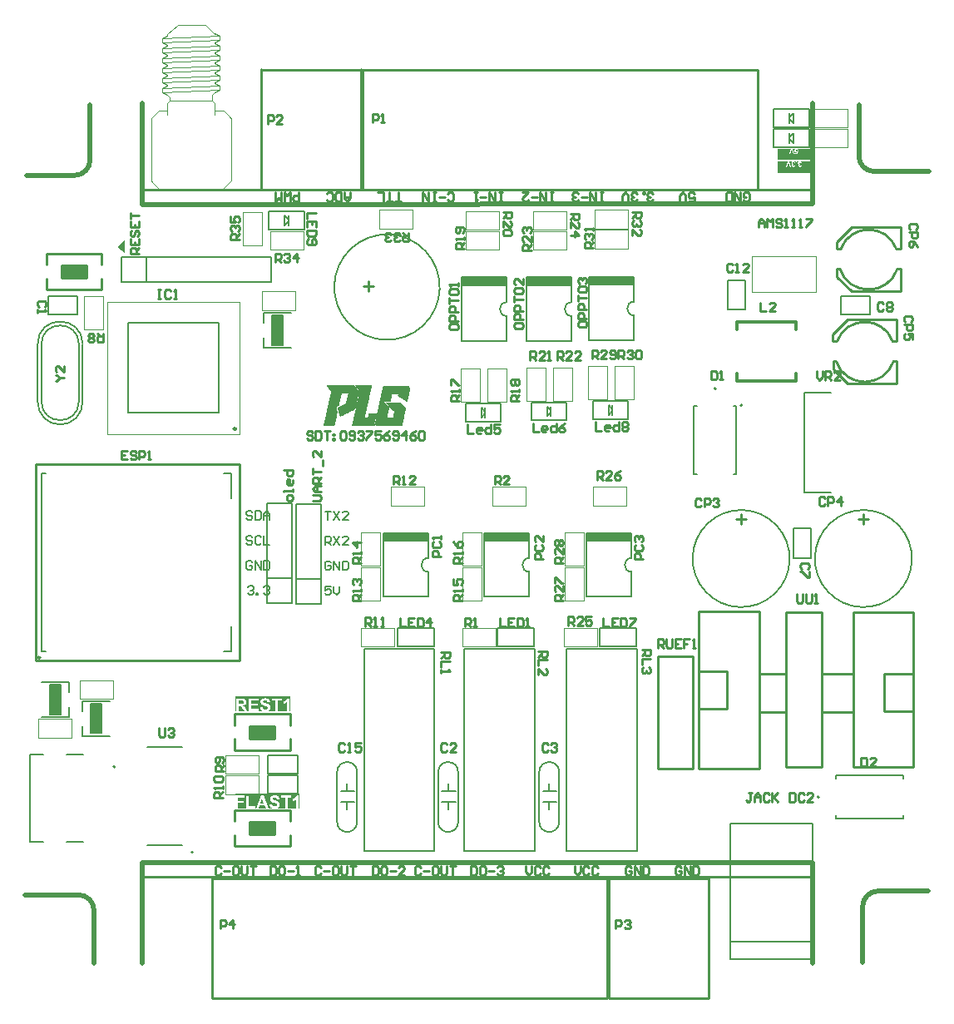
<source format=gto>
G04*
G04 #@! TF.GenerationSoftware,Altium Limited,Altium Designer,18.0.11 (651)*
G04*
G04 Layer_Color=65535*
%FSTAX24Y24*%
%MOIN*%
G70*
G01*
G75*
%ADD10C,0.0070*%
%ADD11C,0.0079*%
%ADD12C,0.0080*%
%ADD13C,0.0098*%
%ADD14C,0.0100*%
%ADD15C,0.0200*%
%ADD16C,0.0039*%
%ADD17C,0.0050*%
%ADD18C,0.0120*%
%ADD19C,0.0020*%
%ADD20C,0.0060*%
%ADD21C,0.0010*%
%ADD22C,0.0040*%
%ADD23R,0.1000X0.0500*%
%ADD24R,0.1815X0.0366*%
G36*
X014183Y024141D02*
Y022959D01*
X014617D01*
Y024141D01*
X014183D01*
D02*
G37*
G36*
X016267Y022209D02*
Y023391D01*
X015833D01*
Y022209D01*
X016267D01*
D02*
G37*
G36*
X0172Y041439D02*
Y042D01*
X0169Y0417D01*
X0172Y041439D01*
D02*
G37*
G36*
X023517Y037759D02*
Y038941D01*
X023083D01*
Y037759D01*
X023517D01*
D02*
G37*
G36*
X023818Y023074D02*
X022822D01*
X022846Y023075D01*
X022867Y023077D01*
X022886Y02308D01*
X022894Y023082D01*
X022903Y023084D01*
X022909Y023086D01*
X022915Y023087D01*
X02292Y023088D01*
X022925Y02309D01*
X022928Y023091D01*
X022931Y023092D01*
X022932Y023093D01*
X022933D01*
X022949Y023101D01*
X022963Y02311D01*
X022975Y023119D01*
X022985Y023128D01*
X022992Y023137D01*
X022998Y023144D01*
X023001Y023148D01*
X023002Y023149D01*
Y02315D01*
X023011Y023165D01*
X023017Y023179D01*
X023022Y023193D01*
X023025Y023206D01*
X023026Y023216D01*
X023027Y023222D01*
X023028Y023225D01*
Y023233D01*
X023027Y023251D01*
X023025Y023266D01*
X023021Y02328D01*
X023017Y023292D01*
X023014Y023302D01*
X02301Y023308D01*
X023008Y023313D01*
X023007Y023314D01*
X022999Y023326D01*
X022989Y023336D01*
X02298Y023345D01*
X022971Y023353D01*
X022963Y023359D01*
X022956Y023363D01*
X022951Y023366D01*
X022951Y023367D01*
X02295D01*
X022943Y02337D01*
X022935Y023374D01*
X022917Y023381D01*
X022899Y023387D01*
X022881Y023393D01*
X022873Y023395D01*
X022865Y023397D01*
X022857Y023399D01*
X022852Y023401D01*
X022846Y023402D01*
X022843Y023403D01*
X02284Y023404D01*
X022839D01*
X022826Y023407D01*
X022814Y02341D01*
X022803Y023413D01*
X022792Y023416D01*
X022784Y023419D01*
X022776Y023422D01*
X022769Y023425D01*
X022763Y023427D01*
X022758Y02343D01*
X022755Y023432D01*
X022751Y023433D01*
X022749Y023435D01*
X022745Y023437D01*
X022744Y023438D01*
X022739Y023443D01*
X022735Y023448D01*
X022733Y023453D01*
X022732Y023458D01*
X02273Y023462D01*
X022729Y023466D01*
Y023468D01*
Y023469D01*
X02273Y023476D01*
X022732Y023482D01*
X022735Y023488D01*
X022738Y023493D01*
X02274Y023496D01*
X022743Y023498D01*
X022745Y0235D01*
X022746Y023501D01*
X022756Y023507D01*
X022767Y023512D01*
X022779Y023515D01*
X02279Y023518D01*
X0228Y023519D01*
X022808Y02352D01*
X022815D01*
X022831Y023519D01*
X022844Y023517D01*
X022855Y023514D01*
X022864Y023511D01*
X022871Y023508D01*
X022877Y023505D01*
X02288Y023503D01*
X02288Y023502D01*
X022888Y023495D01*
X022894Y023486D01*
X0229Y023477D01*
X022903Y023467D01*
X022906Y023459D01*
X022908Y023453D01*
X022909Y023447D01*
Y023447D01*
Y023446D01*
X023013Y02345D01*
X023012Y023463D01*
X02301Y023475D01*
X023007Y023487D01*
X023003Y023497D01*
X022999Y023507D01*
X022995Y023517D01*
X022991Y023525D01*
X022986Y023533D01*
X022981Y02354D01*
X022977Y023546D01*
X022972Y023551D01*
X022968Y023555D01*
X022965Y023558D01*
X022963Y023561D01*
X022962Y023562D01*
X022961Y023563D01*
X022951Y02357D01*
X022941Y023577D01*
X02293Y023583D01*
X022918Y023588D01*
X022906Y023592D01*
X022894Y023595D01*
X022871Y023601D01*
X02286Y023602D01*
X02285Y023604D01*
X02284Y023604D01*
X022832Y023605D01*
X022826Y023606D01*
X022817D01*
X022795Y023605D01*
X022776Y023603D01*
X022759Y0236D01*
X022744Y023597D01*
X022738Y023595D01*
X022732Y023593D01*
X022727Y023592D01*
X022723Y02359D01*
X02272Y023589D01*
X022718Y023588D01*
X022716Y023587D01*
X022715D01*
X022701Y02358D01*
X022688Y023572D01*
X022677Y023563D01*
X022668Y023555D01*
X022661Y023547D01*
X022656Y023541D01*
X022652Y023537D01*
X022652Y023536D01*
Y023535D01*
X022644Y023523D01*
X022639Y02351D01*
X022635Y023497D01*
X022633Y023486D01*
X022632Y023476D01*
X02263Y023469D01*
Y023466D01*
Y023464D01*
Y023463D01*
Y023462D01*
X022631Y023451D01*
X022632Y02344D01*
X022635Y02343D01*
X022638Y023421D01*
X022645Y023403D01*
X022654Y023387D01*
X022658Y023381D01*
X022662Y023376D01*
X022666Y02337D01*
X022669Y023366D01*
X022672Y023363D01*
X022675Y023361D01*
X022676Y023359D01*
X022677Y023359D01*
X022684Y023353D01*
X022692Y023348D01*
X0227Y023343D01*
X022709Y023339D01*
X022728Y02333D01*
X022747Y023322D01*
X022757Y023319D01*
X022765Y023316D01*
X022773Y023314D01*
X02278Y023312D01*
X022785Y02331D01*
X022789Y023309D01*
X022792Y023308D01*
X022793D01*
X022805Y023305D01*
X022815Y023302D01*
X022825Y0233D01*
X022834Y023298D01*
X022841Y023296D01*
X022848Y023294D01*
X022854Y023292D01*
X022859Y02329D01*
X022863Y02329D01*
X022867Y023288D01*
X022872Y023287D01*
X022875Y023285D01*
X022876D01*
X022886Y023282D01*
X022893Y023278D01*
X0229Y023274D01*
X022905Y023271D01*
X022908Y023268D01*
X022911Y023265D01*
X022912Y023264D01*
X022913Y023263D01*
X022917Y023258D01*
X02292Y023253D01*
X022921Y023248D01*
X022923Y023243D01*
X022923Y023239D01*
X022924Y023235D01*
Y023233D01*
Y023232D01*
X022923Y023222D01*
X02292Y023213D01*
X022916Y023204D01*
X022911Y023197D01*
X022906Y023191D01*
X022903Y023186D01*
X0229Y023183D01*
X022898Y023182D01*
X022888Y023176D01*
X022876Y023171D01*
X022863Y023167D01*
X022852Y023165D01*
X02284Y023163D01*
X022832Y023162D01*
X022823D01*
X022806Y023162D01*
X022792Y023165D01*
X022779Y023169D01*
X022768Y023174D01*
X022759Y023178D01*
X022753Y023182D01*
X022749Y023185D01*
X022748Y023185D01*
X022738Y023196D01*
X022731Y023207D01*
X022724Y023219D01*
X02272Y023232D01*
X022716Y023243D01*
X022713Y023252D01*
X022712Y023255D01*
Y023258D01*
X022712Y023259D01*
Y02326D01*
X022611Y023251D01*
X022613Y023235D01*
X022616Y02322D01*
X022621Y023206D01*
X022624Y023194D01*
X022629Y023182D01*
X022635Y023171D01*
X02264Y023161D01*
X022645Y023152D01*
X02265Y023145D01*
X022655Y023138D01*
X02266Y023132D01*
X022664Y023127D01*
X022667Y023123D01*
X02267Y023121D01*
X022672Y02312D01*
X022672Y023119D01*
X022683Y023111D01*
X022694Y023104D01*
X022706Y023098D01*
X022718Y023093D01*
X02273Y023089D01*
X022743Y023086D01*
X022767Y02308D01*
X022778Y023078D01*
X022789Y023077D01*
X022797Y023076D01*
X022806Y023075D01*
X022812Y023074D01*
X021609D01*
Y023674D01*
X023818D01*
Y023074D01*
D02*
G37*
G36*
X044641Y045124D02*
Y044665D01*
X043359D01*
Y045124D01*
X044641D01*
D02*
G37*
G36*
X024177Y019183D02*
X0232D01*
X023224Y019184D01*
X023245Y019186D01*
X023264Y019189D01*
X023273Y01919D01*
X023281Y019193D01*
X023287Y019194D01*
X023293Y019195D01*
X023298Y019197D01*
X023303Y019198D01*
X023307Y0192D01*
X023309Y019201D01*
X02331Y019201D01*
X023311D01*
X023327Y01921D01*
X023341Y019218D01*
X023353Y019227D01*
X023363Y019237D01*
X02337Y019245D01*
X023376Y019252D01*
X023379Y019257D01*
X023381Y019258D01*
Y019258D01*
X023389Y019273D01*
X023395Y019287D01*
X0234Y019301D01*
X023403Y019315D01*
X023404Y019325D01*
X023405Y01933D01*
X023406Y019334D01*
Y019341D01*
X023405Y019359D01*
X023403Y019375D01*
X023399Y019389D01*
X023395Y0194D01*
X023392Y01941D01*
X023388Y019417D01*
X023386Y019421D01*
X023385Y019423D01*
X023377Y019434D01*
X023367Y019445D01*
X023358Y019454D01*
X023349Y019461D01*
X023341Y019467D01*
X023334Y019471D01*
X02333Y019474D01*
X023329Y019475D01*
X023328D01*
X023321Y019479D01*
X023313Y019483D01*
X023295Y019489D01*
X023277Y019495D01*
X023259Y019501D01*
X023251Y019503D01*
X023243Y019506D01*
X023236Y019508D01*
X02323Y019509D01*
X023224Y019511D01*
X023221Y019511D01*
X023218Y019512D01*
X023217D01*
X023204Y019516D01*
X023192Y019519D01*
X023181Y019522D01*
X02317Y019525D01*
X023162Y019528D01*
X023154Y019531D01*
X023147Y019534D01*
X023142Y019536D01*
X023136Y019538D01*
X023133Y01954D01*
X023129Y019542D01*
X023127Y019543D01*
X023123Y019546D01*
X023122Y019546D01*
X023117Y019551D01*
X023113Y019557D01*
X023111Y019562D01*
X02311Y019567D01*
X023108Y019571D01*
X023108Y019574D01*
Y019577D01*
Y019577D01*
X023108Y019585D01*
X02311Y019591D01*
X023113Y019597D01*
X023116Y019601D01*
X023119Y019605D01*
X023122Y019607D01*
X023123Y019608D01*
X023124Y019609D01*
X023134Y019616D01*
X023145Y01962D01*
X023157Y019624D01*
X023168Y019626D01*
X023178Y019628D01*
X023186Y019628D01*
X023193D01*
X023209Y019628D01*
X023222Y019625D01*
X023233Y019622D01*
X023242Y019619D01*
X02325Y019617D01*
X023255Y019614D01*
X023258Y019611D01*
X023258Y019611D01*
X023266Y019603D01*
X023273Y019594D01*
X023278Y019585D01*
X023281Y019576D01*
X023284Y019568D01*
X023286Y019561D01*
X023287Y019556D01*
Y019555D01*
Y019554D01*
X023391Y019558D01*
X02339Y019571D01*
X023388Y019583D01*
X023385Y019595D01*
X023381Y019605D01*
X023378Y019616D01*
X023373Y019625D01*
X023369Y019634D01*
X023364Y019642D01*
X023359Y019648D01*
X023355Y019654D01*
X02335Y019659D01*
X023347Y019664D01*
X023344Y019667D01*
X023341Y019669D01*
X02334Y019671D01*
X023339Y019671D01*
X02333Y019679D01*
X023319Y019685D01*
X023308Y019691D01*
X023296Y019696D01*
X023284Y0197D01*
X023273Y019704D01*
X023249Y019709D01*
X023238Y019711D01*
X023228Y019712D01*
X023219Y019713D01*
X02321Y019713D01*
X023204Y019714D01*
X023195D01*
X023173Y019713D01*
X023154Y019711D01*
X023137Y019708D01*
X023122Y019705D01*
X023116Y019703D01*
X02311Y019702D01*
X023105Y0197D01*
X023101Y019699D01*
X023098Y019697D01*
X023096Y019696D01*
X023094Y019696D01*
X023093D01*
X023079Y019688D01*
X023066Y01968D01*
X023055Y019671D01*
X023046Y019663D01*
X023039Y019656D01*
X023034Y01965D01*
X023031Y019645D01*
X02303Y019645D01*
Y019644D01*
X023022Y019631D01*
X023017Y019618D01*
X023014Y019605D01*
X023011Y019594D01*
X02301Y019585D01*
X023008Y019577D01*
Y019574D01*
Y019572D01*
Y019571D01*
Y019571D01*
X023009Y01956D01*
X023011Y019548D01*
X023013Y019539D01*
X023016Y019529D01*
X023023Y019511D01*
X023032Y019496D01*
X023036Y019489D01*
X02304Y019484D01*
X023044Y019479D01*
X023048Y019474D01*
X023051Y019471D01*
X023053Y019469D01*
X023054Y019468D01*
X023055Y019467D01*
X023062Y019462D01*
X02307Y019457D01*
X023078Y019452D01*
X023088Y019447D01*
X023106Y019438D01*
X023125Y019431D01*
X023135Y019428D01*
X023143Y019425D01*
X023151Y019423D01*
X023158Y01942D01*
X023163Y019419D01*
X023167Y019417D01*
X02317Y019417D01*
X023171D01*
X023183Y019414D01*
X023193Y019411D01*
X023203Y019409D01*
X023212Y019406D01*
X023219Y019404D01*
X023226Y019403D01*
X023232Y0194D01*
X023237Y019399D01*
X023241Y019398D01*
X023245Y019397D01*
X02325Y019395D01*
X023253Y019394D01*
X023254D01*
X023264Y01939D01*
X023271Y019386D01*
X023278Y019383D01*
X023283Y019379D01*
X023287Y019376D01*
X023289Y019374D01*
X02329Y019372D01*
X023291Y019372D01*
X023295Y019366D01*
X023298Y019361D01*
X023299Y019356D01*
X023301Y019352D01*
X023301Y019347D01*
X023302Y019343D01*
Y019341D01*
Y019341D01*
X023301Y01933D01*
X023298Y019321D01*
X023294Y019312D01*
X02329Y019305D01*
X023284Y019299D01*
X023281Y019295D01*
X023278Y019292D01*
X023276Y019291D01*
X023266Y019284D01*
X023254Y019279D01*
X023241Y019275D01*
X02323Y019273D01*
X023219Y019272D01*
X02321Y01927D01*
X023201D01*
X023184Y019271D01*
X02317Y019274D01*
X023157Y019278D01*
X023146Y019282D01*
X023137Y019287D01*
X023131Y01929D01*
X023128Y019293D01*
X023126Y019294D01*
X023116Y019304D01*
X023109Y019315D01*
X023102Y019328D01*
X023098Y019341D01*
X023094Y019352D01*
X023091Y019361D01*
X023091Y019363D01*
Y019366D01*
X02309Y019368D01*
Y019369D01*
X022989Y019359D01*
X022991Y019343D01*
X022994Y019329D01*
X022999Y019315D01*
X023002Y019302D01*
X023008Y01929D01*
X023013Y019279D01*
X023018Y019269D01*
X023023Y019261D01*
X023028Y019253D01*
X023034Y019247D01*
X023038Y019241D01*
X023042Y019235D01*
X023045Y019232D01*
X023048Y01923D01*
X02305Y019228D01*
X023051Y019227D01*
X023061Y019219D01*
X023072Y019212D01*
X023084Y019207D01*
X023096Y019201D01*
X023108Y019198D01*
X023121Y019194D01*
X023145Y019189D01*
X023156Y019187D01*
X023167Y019185D01*
X023176Y019184D01*
X023184Y019184D01*
X02319Y019183D01*
X021609D01*
Y01977D01*
X024177D01*
Y019183D01*
D02*
G37*
G36*
X044641Y045632D02*
Y045175D01*
X043359D01*
Y045632D01*
X044641D01*
D02*
G37*
%LPC*%
G36*
X023782Y023599D02*
X023702D01*
X023694Y023582D01*
X023685Y023567D01*
X023674Y023552D01*
X023664Y02354D01*
X023655Y02353D01*
X023647Y023523D01*
X023644Y02352D01*
X023642Y023518D01*
X02364Y023517D01*
X02364Y023516D01*
X023623Y023504D01*
X023608Y023494D01*
X023594Y023486D01*
X023581Y02348D01*
X023571Y023475D01*
X023563Y023472D01*
X02356Y023471D01*
X023558Y02347D01*
X023557Y02347D01*
X023557D01*
Y023381D01*
X023583Y023391D01*
X023607Y023402D01*
X023618Y023408D01*
X023628Y023415D01*
X023638Y023421D01*
X023647Y023427D01*
X023655Y023433D01*
X023663Y023438D01*
X023668Y023442D01*
X023674Y023447D01*
X023678Y02345D01*
X023681Y023453D01*
X023683Y023454D01*
X023683Y023455D01*
Y023084D01*
X023782D01*
Y023599D01*
D02*
G37*
G36*
X023486Y023596D02*
X023079D01*
Y02351D01*
X023231D01*
Y023084D01*
X023335D01*
Y02351D01*
X023486D01*
Y023596D01*
D02*
G37*
G36*
X022541D02*
X022161D01*
Y023084D01*
X02255D01*
Y023171D01*
X022265D01*
Y02331D01*
X022521D01*
Y023396D01*
X022265D01*
Y02351D01*
X022541D01*
Y023596D01*
D02*
G37*
G36*
X021875D02*
X021645D01*
Y023084D01*
X021748D01*
Y023298D01*
X021781D01*
X021792Y023297D01*
X021801Y023296D01*
X021808Y023295D01*
X021814Y023294D01*
X021818Y023293D01*
X02182Y023292D01*
X021821D01*
X021827Y023289D01*
X021833Y023286D01*
X021838Y023282D01*
X021843Y023279D01*
X021847Y023276D01*
X02185Y023273D01*
X021851Y023271D01*
X021852Y023271D01*
X021855Y023267D01*
X021858Y023263D01*
X021867Y023252D01*
X021875Y02324D01*
X021885Y023227D01*
X021893Y023215D01*
X021897Y023209D01*
X0219Y023205D01*
X021903Y023201D01*
X021905Y023198D01*
X021906Y023196D01*
X021907Y023195D01*
X021981Y023084D01*
X022105D01*
X022042Y023184D01*
X022035Y023194D01*
X022029Y023205D01*
X022023Y023214D01*
X022017Y023222D01*
X022012Y023229D01*
X022007Y023236D01*
X021998Y023248D01*
X021992Y023256D01*
X021987Y023262D01*
X021983Y023266D01*
X021983Y023267D01*
X021975Y023276D01*
X021965Y023284D01*
X021956Y02329D01*
X021947Y023297D01*
X02194Y023302D01*
X021934Y023306D01*
X021929Y023309D01*
X021929Y02331D01*
X021928D01*
X021941Y023312D01*
X021952Y023315D01*
X021962Y023318D01*
X021972Y023322D01*
X021981Y023325D01*
X021989Y023329D01*
X021998Y023333D01*
X022004Y023337D01*
X02201Y023341D01*
X022015Y023345D01*
X02202Y023348D01*
X022023Y023351D01*
X022026Y023353D01*
X022028Y023356D01*
X022029Y023356D01*
X022029Y023357D01*
X022035Y023364D01*
X02204Y023372D01*
X022049Y023388D01*
X022055Y023404D01*
X022059Y023419D01*
X022062Y023433D01*
X022063Y023438D01*
Y023443D01*
X022063Y023447D01*
Y02345D01*
Y023452D01*
Y023453D01*
X022063Y023469D01*
X02206Y023484D01*
X022056Y023498D01*
X022052Y02351D01*
X022048Y023519D01*
X022044Y023527D01*
X022043Y023529D01*
X022041Y023531D01*
X02204Y023532D01*
Y023532D01*
X022032Y023545D01*
X022022Y023555D01*
X022012Y023564D01*
X022003Y023571D01*
X021994Y023575D01*
X021987Y023579D01*
X021983Y023581D01*
X021982Y023582D01*
X021981D01*
X021974Y023584D01*
X021966Y023586D01*
X021947Y02359D01*
X021927Y023592D01*
X021908Y023595D01*
X021898D01*
X02189Y023595D01*
X021882D01*
X021875Y023596D01*
D02*
G37*
%LPD*%
G36*
X021873Y023509D02*
X02189D01*
X021896Y023508D01*
X021901D01*
X021903Y023507D01*
X021904D01*
X021912Y023505D01*
X021921Y023502D01*
X021927Y023499D01*
X021932Y023495D01*
X021937Y023492D01*
X021941Y02349D01*
X021942Y023487D01*
X021943Y023487D01*
X021947Y023481D01*
X021951Y023473D01*
X021953Y023467D01*
X021955Y02346D01*
X021956Y023454D01*
X021957Y02345D01*
Y023447D01*
Y023445D01*
X021956Y023437D01*
X021955Y02343D01*
X021953Y023423D01*
X021952Y023417D01*
X021949Y023413D01*
X021947Y02341D01*
X021946Y023407D01*
X021946Y023407D01*
X021941Y023401D01*
X021937Y023397D01*
X021927Y02339D01*
X021924Y023388D01*
X02192Y023387D01*
X021918Y023385D01*
X021917D01*
X021913Y023384D01*
X021907Y023383D01*
X021901Y023382D01*
X021895Y023382D01*
X021879Y023381D01*
X021864Y02338D01*
X021849Y023379D01*
X021748D01*
Y02351D01*
X021867D01*
X021873Y023509D01*
D02*
G37*
%LPC*%
G36*
X044131Y04512D02*
X044088D01*
Y045077D01*
X044131D01*
Y04512D01*
D02*
G37*
G36*
X044246Y045124D02*
X044243D01*
X044237Y045124D01*
X044231Y045123D01*
X044226Y045122D01*
X044221Y045121D01*
X044216Y04512D01*
X044212Y045118D01*
X044207Y045116D01*
X044204Y045114D01*
X044201Y045112D01*
X044197Y04511D01*
X044195Y045109D01*
X044193Y045107D01*
X044191Y045106D01*
X04419Y045105D01*
X044189Y045104D01*
X044189Y045104D01*
X044185Y0451D01*
X044182Y045096D01*
X044179Y045091D01*
X044176Y045087D01*
X044174Y045083D01*
X044172Y045078D01*
X04417Y045071D01*
X044169Y045067D01*
X044169Y045064D01*
X044168Y045061D01*
X044168Y045058D01*
X044167Y045056D01*
Y045053D01*
X044168Y045046D01*
X044169Y045039D01*
X044171Y045033D01*
X044173Y045028D01*
X044175Y045024D01*
X044177Y045021D01*
X044178Y045019D01*
X044179Y045018D01*
X044183Y045014D01*
X044189Y045009D01*
X044194Y045006D01*
X044199Y045004D01*
X044203Y045002D01*
X044206Y045001D01*
X044208Y045D01*
X044209D01*
X044209Y045D01*
X04421D01*
X044204Y044996D01*
X044199Y044993D01*
X044195Y044989D01*
X044191Y044985D01*
X044188Y044981D01*
X044185Y044977D01*
X044183Y044973D01*
X044181Y04497D01*
X04418Y044966D01*
X044179Y044963D01*
X044178Y04496D01*
X044178Y044957D01*
X044178Y044955D01*
X044177Y044954D01*
Y044953D01*
Y044952D01*
X044178Y044948D01*
X044178Y044945D01*
X04418Y044938D01*
X044182Y044931D01*
X044185Y044926D01*
X044188Y044921D01*
X044191Y044918D01*
X044192Y044917D01*
X044193Y044916D01*
X044193Y044915D01*
X044193Y044915D01*
X044197Y044912D01*
X044201Y044908D01*
X044205Y044906D01*
X044209Y044903D01*
X044214Y044901D01*
X044218Y0449D01*
X044226Y044897D01*
X044229Y044896D01*
X044233Y044896D01*
X044236Y044895D01*
X044239Y044895D01*
X044241Y044895D01*
X044167D01*
D01*
X044316D01*
X044244D01*
X044251Y044895D01*
X044257Y044896D01*
X044263Y044897D01*
X044268Y044898D01*
X044272Y0449D01*
X044275Y044901D01*
X044277Y044901D01*
X044277Y044902D01*
X044277D01*
X044283Y044905D01*
X044287Y044908D01*
X044291Y044911D01*
X044295Y044914D01*
X044297Y044917D01*
X044299Y044919D01*
X0443Y044921D01*
X044301Y044921D01*
X044304Y044926D01*
X044306Y044931D01*
X044308Y044937D01*
X04431Y044942D01*
X044311Y044947D01*
X044312Y04495D01*
X044313Y044952D01*
Y044953D01*
X044313Y044954D01*
Y044954D01*
X044274Y04496D01*
X044273Y044955D01*
X044271Y044951D01*
X04427Y044947D01*
X044268Y044944D01*
X044267Y044941D01*
X044265Y044939D01*
X044264Y044938D01*
X044264Y044938D01*
X044261Y044936D01*
X044258Y044934D01*
X044255Y044932D01*
X044252Y044931D01*
X044249Y044931D01*
X044247Y04493D01*
X044245D01*
X044241Y044931D01*
X044238Y044931D01*
X044235Y044933D01*
X044232Y044934D01*
X04423Y044935D01*
X044228Y044936D01*
X044228Y044937D01*
X044227Y044937D01*
X044225Y04494D01*
X044223Y044943D01*
X044222Y044946D01*
X044221Y044949D01*
X044221Y044951D01*
X04422Y044953D01*
Y044955D01*
Y044955D01*
X044221Y04496D01*
X044222Y044964D01*
X044223Y044968D01*
X044225Y044971D01*
X044227Y044973D01*
X044228Y044975D01*
X044229Y044976D01*
X04423Y044977D01*
X044234Y044979D01*
X044238Y044981D01*
X044242Y044983D01*
X044247Y044983D01*
X044251Y044984D01*
X044254Y044984D01*
X044257D01*
X044261Y045019D01*
X044257Y045018D01*
X044253Y045017D01*
X04425Y045016D01*
X044247Y045016D01*
X044245Y045016D01*
X044241D01*
X044237Y045016D01*
X044233Y045017D01*
X044229Y045018D01*
X044226Y04502D01*
X044224Y045022D01*
X044222Y045024D01*
X044221Y045025D01*
X04422Y045025D01*
X044217Y045029D01*
X044215Y045033D01*
X044214Y045038D01*
X044212Y045042D01*
X044212Y045046D01*
X044211Y045049D01*
Y045051D01*
Y045051D01*
Y045051D01*
X044212Y045057D01*
X044213Y045063D01*
X044214Y045068D01*
X044216Y045072D01*
X044218Y045075D01*
X044219Y045077D01*
X04422Y045078D01*
X044221Y045079D01*
X044224Y045082D01*
X044228Y045085D01*
X044232Y045086D01*
X044235Y045087D01*
X044239Y045088D01*
X044241Y045088D01*
X044242Y045089D01*
X044243D01*
X044248Y045088D01*
X044251Y045087D01*
X044255Y045086D01*
X044258Y045085D01*
X044261Y045083D01*
X044262Y045082D01*
X044264Y045081D01*
X044264Y045081D01*
X044267Y045077D01*
X04427Y045073D01*
X044271Y045069D01*
X044273Y045065D01*
X044274Y045062D01*
X044274Y045059D01*
X044275Y045057D01*
Y045056D01*
Y045056D01*
X044316Y045061D01*
X044316Y045066D01*
X044314Y045071D01*
X044311Y04508D01*
X044308Y045088D01*
X044306Y045091D01*
X044304Y045095D01*
X044302Y045098D01*
X0443Y0451D01*
X044298Y045102D01*
X044297Y045104D01*
X044295Y045105D01*
X044294Y045106D01*
X044294Y045107D01*
X044293Y045107D01*
X044289Y04511D01*
X044285Y045113D01*
X044281Y045115D01*
X044277Y045117D01*
X044268Y04512D01*
X044261Y045122D01*
X044257Y045123D01*
X044253Y045123D01*
X044251Y045124D01*
X044248Y045124D01*
X044246Y045124D01*
D02*
G37*
G36*
X043984D02*
X043906D01*
X043981D01*
X043975Y045124D01*
X04397Y045123D01*
X043964Y045122D01*
X043959Y045121D01*
X043955Y04512D01*
X04395Y045118D01*
X043946Y045116D01*
X043942Y045114D01*
X043939Y045112D01*
X043936Y04511D01*
X043934Y045109D01*
X043931Y045107D01*
X04393Y045106D01*
X043928Y045105D01*
X043928Y045104D01*
X043927Y045104D01*
X043924Y0451D01*
X04392Y045096D01*
X043917Y045091D01*
X043915Y045087D01*
X043913Y045083D01*
X043911Y045078D01*
X043908Y045071D01*
X043908Y045067D01*
X043907Y045064D01*
X043906Y045061D01*
X043906Y045058D01*
X043906Y045056D01*
Y045053D01*
X043906Y045046D01*
X043908Y045039D01*
X043909Y045033D01*
X043912Y045028D01*
X043914Y045024D01*
X043915Y045021D01*
X043917Y045019D01*
X043917Y045018D01*
X043922Y045014D01*
X043927Y045009D01*
X043932Y045006D01*
X043937Y045004D01*
X043941Y045002D01*
X043945Y045001D01*
X043946Y045D01*
X043947D01*
X043948Y045D01*
X043948D01*
X043942Y044996D01*
X043938Y044993D01*
X043933Y044989D01*
X043929Y044985D01*
X043926Y044981D01*
X043924Y044977D01*
X043922Y044973D01*
X04392Y04497D01*
X043918Y044966D01*
X043917Y044963D01*
X043917Y04496D01*
X043916Y044957D01*
X043916Y044955D01*
X043916Y044954D01*
Y044953D01*
Y044952D01*
X043916Y044948D01*
X043916Y044945D01*
X043918Y044938D01*
X043921Y044931D01*
X043924Y044926D01*
X043927Y044921D01*
X043929Y044918D01*
X04393Y044917D01*
X043931Y044916D01*
X043931Y044915D01*
X043932Y044915D01*
X043935Y044912D01*
X043939Y044908D01*
X043943Y044906D01*
X043948Y044903D01*
X043952Y044901D01*
X043956Y0449D01*
X043964Y044897D01*
X043968Y044896D01*
X043972Y044896D01*
X043974Y044895D01*
X043977Y044895D01*
X04398Y044895D01*
X043906D01*
X044055D01*
X043983D01*
X043989Y044895D01*
X043996Y044896D01*
X044001Y044897D01*
X044006Y044898D01*
X04401Y0449D01*
X044013Y044901D01*
X044015Y044901D01*
X044016Y044902D01*
X044016D01*
X044021Y044905D01*
X044026Y044908D01*
X04403Y044911D01*
X044033Y044914D01*
X044036Y044917D01*
X044038Y044919D01*
X044039Y044921D01*
X044039Y044921D01*
X044042Y044926D01*
X044045Y044931D01*
X044047Y044937D01*
X044049Y044942D01*
X04405Y044947D01*
X044051Y04495D01*
X044051Y044952D01*
Y044953D01*
X044052Y044954D01*
Y044954D01*
X044012Y04496D01*
X044011Y044955D01*
X04401Y044951D01*
X044008Y044947D01*
X044007Y044944D01*
X044005Y044941D01*
X044004Y044939D01*
X044003Y044938D01*
X044003Y044938D01*
X044Y044936D01*
X043996Y044934D01*
X043993Y044932D01*
X04399Y044931D01*
X043988Y044931D01*
X043986Y04493D01*
X043984D01*
X04398Y044931D01*
X043976Y044931D01*
X043973Y044933D01*
X043971Y044934D01*
X043968Y044935D01*
X043967Y044936D01*
X043966Y044937D01*
X043966Y044937D01*
X043963Y04494D01*
X043962Y044943D01*
X043961Y044946D01*
X04396Y044949D01*
X043959Y044951D01*
X043959Y044953D01*
Y044955D01*
Y044955D01*
X043959Y04496D01*
X04396Y044964D01*
X043962Y044968D01*
X043963Y044971D01*
X043965Y044973D01*
X043967Y044975D01*
X043968Y044976D01*
X043968Y044977D01*
X043972Y044979D01*
X043976Y044981D01*
X043981Y044983D01*
X043985Y044983D01*
X043989Y044984D01*
X043992Y044984D01*
X043995D01*
X044Y045019D01*
X043996Y045018D01*
X043992Y045017D01*
X043988Y045016D01*
X043985Y045016D01*
X043983Y045016D01*
X04398D01*
X043975Y045016D01*
X043972Y045017D01*
X043968Y045018D01*
X043965Y04502D01*
X043962Y045022D01*
X043961Y045024D01*
X043959Y045025D01*
X043959Y045025D01*
X043956Y045029D01*
X043954Y045033D01*
X043952Y045038D01*
X043951Y045042D01*
X04395Y045046D01*
X04395Y045049D01*
Y045051D01*
Y045051D01*
Y045051D01*
X04395Y045057D01*
X043951Y045063D01*
X043953Y045068D01*
X043954Y045072D01*
X043956Y045075D01*
X043958Y045077D01*
X043959Y045078D01*
X043959Y045079D01*
X043963Y045082D01*
X043967Y045085D01*
X04397Y045086D01*
X043974Y045087D01*
X043977Y045088D01*
X043979Y045088D01*
X043981Y045089D01*
X043982D01*
X043986Y045088D01*
X04399Y045087D01*
X043994Y045086D01*
X043997Y045085D01*
X043999Y045083D01*
X044001Y045082D01*
X044002Y045081D01*
X044003Y045081D01*
X044006Y045077D01*
X044008Y045073D01*
X04401Y045069D01*
X044011Y045065D01*
X044012Y045062D01*
X044013Y045059D01*
X044013Y045057D01*
Y045056D01*
Y045056D01*
X044055Y045061D01*
X044054Y045066D01*
X044053Y045071D01*
X04405Y04508D01*
X044046Y045088D01*
X044044Y045091D01*
X044042Y045095D01*
X04404Y045098D01*
X044038Y0451D01*
X044037Y045102D01*
X044035Y045104D01*
X044034Y045105D01*
X044033Y045106D01*
X044032Y045107D01*
X044032Y045107D01*
X044028Y04511D01*
X044024Y045113D01*
X04402Y045115D01*
X044015Y045117D01*
X044007Y04512D01*
X043999Y045122D01*
X043995Y045123D01*
X043992Y045123D01*
X043989Y045124D01*
X043986Y045124D01*
X043984Y045124D01*
D02*
G37*
G36*
X043812Y04512D02*
X043763D01*
X043683Y044896D01*
X043829D01*
X043731D01*
X043786Y045062D01*
X043843Y044896D01*
X043892D01*
X043812Y04512D01*
D02*
G37*
G36*
X02416Y019708D02*
X02408D01*
X024072Y019691D01*
X024063Y019675D01*
X024053Y01966D01*
X024042Y019648D01*
X024033Y019639D01*
X024025Y019631D01*
X024022Y019628D01*
X02402Y019626D01*
X024018Y019625D01*
X024018Y019625D01*
X024001Y019613D01*
X023986Y019602D01*
X023972Y019594D01*
X023959Y019588D01*
X023949Y019584D01*
X023942Y01958D01*
X023939Y01958D01*
X023936Y019579D01*
X023936Y019578D01*
X023935D01*
Y019489D01*
X023961Y0195D01*
X023985Y019511D01*
X023996Y019517D01*
X024007Y019523D01*
X024016Y019529D01*
X024025Y019535D01*
X024033Y019541D01*
X024041Y019546D01*
X024047Y019551D01*
X024052Y019555D01*
X024056Y019559D01*
X024059Y019561D01*
X024061Y019563D01*
X024061Y019563D01*
Y019193D01*
X02416D01*
Y019708D01*
D02*
G37*
G36*
X023864Y019705D02*
X023458D01*
Y019618D01*
X023609D01*
Y019193D01*
X023713D01*
Y019618D01*
X023864D01*
Y019705D01*
D02*
G37*
G36*
X022755D02*
X022646D01*
X022447Y019193D01*
X022557D01*
X022599Y019309D01*
X022805D01*
X022849Y019193D01*
X022961D01*
X022755Y019705D01*
D02*
G37*
G36*
X022168Y019701D02*
X022065D01*
Y019193D01*
X022426D01*
Y019279D01*
X022168D01*
Y019701D01*
D02*
G37*
G36*
X021977Y019705D02*
X021625D01*
Y019193D01*
X021729D01*
Y01941D01*
X021943D01*
Y019497D01*
X021729D01*
Y019618D01*
X021977D01*
Y019705D01*
D02*
G37*
%LPD*%
G36*
X022772Y019395D02*
X02263D01*
X0227Y019585D01*
X022772Y019395D01*
D02*
G37*
%LPC*%
G36*
X044113Y045632D02*
X044033D01*
X044111D01*
X044103Y045632D01*
X044097Y045631D01*
X04409Y04563D01*
X044085Y045628D01*
X044079Y045625D01*
X044074Y045623D01*
X04407Y04562D01*
X044066Y045617D01*
X044062Y045615D01*
X044059Y045612D01*
X044056Y045609D01*
X044054Y045607D01*
X044052Y045605D01*
X044051Y045604D01*
X04405Y045603D01*
X04405Y045603D01*
X044047Y045598D01*
X044044Y045594D01*
X044042Y04559D01*
X04404Y045586D01*
X044037Y045577D01*
X044035Y045569D01*
X044035Y045566D01*
X044034Y045563D01*
X044034Y04556D01*
Y045557D01*
X044033Y045555D01*
Y04556D01*
Y045407D01*
Y045553D01*
X044034Y045547D01*
X044034Y045541D01*
X044035Y045535D01*
X044037Y04553D01*
X044038Y045526D01*
X04404Y045521D01*
X044042Y045517D01*
X044043Y045513D01*
X044045Y04551D01*
X044047Y045507D01*
X044049Y045505D01*
X04405Y045503D01*
X044052Y045501D01*
X044053Y0455D01*
X044053Y045499D01*
X044054Y045499D01*
X044057Y045495D01*
X044061Y045492D01*
X044066Y045489D01*
X04407Y045486D01*
X044074Y045484D01*
X044078Y045483D01*
X044085Y04548D01*
X044089Y045479D01*
X044092Y045479D01*
X044095Y045478D01*
X044097Y045478D01*
X044099Y045478D01*
X044102D01*
X044108Y045478D01*
X044113Y045479D01*
X044118Y04548D01*
X044123Y045481D01*
X044126Y045483D01*
X044129Y045484D01*
X044131Y045485D01*
X044131Y045485D01*
X044132D01*
X044125Y045447D01*
X044043D01*
Y045407D01*
X044033D01*
X044184D01*
X044157D01*
X044179Y045524D01*
X044145Y045528D01*
X044142Y045526D01*
X044139Y045523D01*
X044136Y045521D01*
X044133Y045519D01*
X044127Y045516D01*
X044122Y045514D01*
X044118Y045513D01*
X044114Y045512D01*
X044113Y045512D01*
X044111D01*
X044106Y045512D01*
X044101Y045514D01*
X044097Y045515D01*
X044093Y045517D01*
X044091Y045519D01*
X044089Y045521D01*
X044087Y045522D01*
X044087Y045523D01*
X044084Y045527D01*
X044081Y045532D01*
X04408Y045537D01*
X044079Y045542D01*
X044078Y045547D01*
X044077Y04555D01*
Y045552D01*
Y045553D01*
Y045553D01*
Y045554D01*
X044078Y045562D01*
X044079Y045568D01*
X04408Y045574D01*
X044082Y045578D01*
X044084Y045582D01*
X044085Y045585D01*
X044087Y045586D01*
X044087Y045587D01*
X04409Y04559D01*
X044094Y045593D01*
X044098Y045595D01*
X044102Y045597D01*
X044105Y045597D01*
X044108Y045598D01*
X044109Y045598D01*
X04411D01*
X044114Y045598D01*
X044118Y045597D01*
X044122Y045595D01*
X044125Y045594D01*
X044127Y045592D01*
X044129Y045591D01*
X044131Y04559D01*
X044131Y045589D01*
X044134Y045586D01*
X044136Y045582D01*
X044138Y045578D01*
X04414Y045575D01*
X044141Y045572D01*
X044141Y045569D01*
X044142Y045567D01*
Y045566D01*
X044184Y045571D01*
X044183Y045576D01*
X044182Y045581D01*
X044179Y04559D01*
X044176Y045598D01*
X044174Y045601D01*
X044171Y045604D01*
X04417Y045607D01*
X044168Y045609D01*
X044166Y045611D01*
X044165Y045613D01*
X044163Y045614D01*
X044162Y045615D01*
X044162Y045615D01*
X044161Y045616D01*
X044158Y045619D01*
X044154Y045621D01*
X044149Y045623D01*
X044145Y045625D01*
X044136Y045628D01*
X044129Y04563D01*
X044125Y045631D01*
X044122Y045631D01*
X044118Y045632D01*
X044116Y045632D01*
X044113Y045632D01*
D02*
G37*
G36*
X043944Y045628D02*
X043895D01*
X043815Y045404D01*
X044024D01*
D01*
X043944Y045628D01*
D02*
G37*
%LPD*%
G36*
X043975Y045404D02*
X043863D01*
X043918Y04557D01*
X043975Y045404D01*
D02*
G37*
D10*
X0265Y02065D02*
G03*
X0257Y02065I-0004J0D01*
G01*
Y01865D02*
G03*
X0265Y01865I0004J0D01*
G01*
X03055Y02065D02*
G03*
X02975Y02065I-0004J0D01*
G01*
Y01865D02*
G03*
X03055Y01865I0004J0D01*
G01*
X0346Y02065D02*
G03*
X0338Y02065I-0004J0D01*
G01*
Y01865D02*
G03*
X0346Y01865I0004J0D01*
G01*
X0155Y037809D02*
G03*
X0137Y0378I-0009J-000006D01*
G01*
Y0355D02*
G03*
X015499Y035499I000899J-00003D01*
G01*
X01535Y0378D02*
G03*
X01385Y037793I-00075J-000005D01*
G01*
Y035493D02*
G03*
X01535Y0355I00075J000005D01*
G01*
X0265Y01865D02*
Y02065D01*
X0257Y01865D02*
Y02065D01*
X02585Y0199D02*
X0264D01*
X02585Y01945D02*
X0264D01*
X0261Y0199D02*
Y0202D01*
Y01915D02*
Y01945D01*
X04145Y01385D02*
X04475D01*
Y01315D02*
Y0186D01*
X04145Y01315D02*
Y0186D01*
X04475D01*
X04145Y01315D02*
X04475D01*
X03055Y01865D02*
Y02065D01*
X02975Y01865D02*
Y02065D01*
X0299Y0199D02*
X03045D01*
X0299Y01945D02*
X03045D01*
X03015Y0199D02*
Y0202D01*
Y01915D02*
Y01945D01*
X0346Y01865D02*
Y02065D01*
X0338Y01865D02*
Y02065D01*
X03395Y0199D02*
X0345D01*
X03395Y01945D02*
X0345D01*
X0342Y0199D02*
Y0202D01*
Y01915D02*
Y01945D01*
X0137Y0355D02*
X0137Y0378D01*
X0155Y0355D02*
Y0378D01*
X01385Y0355D02*
X01385Y0378D01*
X01535Y0355D02*
Y0378D01*
D11*
X040889Y036017D02*
G03*
X040889Y036017I-000039J0D01*
G01*
X045022Y01965D02*
G03*
X045022Y01965I-000039J0D01*
G01*
X019922Y017434D02*
G03*
X019922Y017434I-000039J0D01*
G01*
X041933Y035346D02*
G03*
X041933Y035346I-000039J0D01*
G01*
X037599Y039497D02*
G03*
X037599Y038946I0J-000276D01*
G01*
X035099Y039476D02*
G03*
X035099Y038924I0J-000276D01*
G01*
X032499Y039476D02*
G03*
X032499Y038924I0J-000276D01*
G01*
X037502Y029226D02*
G03*
X037502Y028674I0J-000276D01*
G01*
X033402Y029226D02*
G03*
X033402Y028674I0J-000276D01*
G01*
X029352Y029226D02*
G03*
X029352Y028674I0J-000276D01*
G01*
X016802Y02086D02*
G03*
X016802Y02086I-000039J0D01*
G01*
X041346Y040366D02*
X042054D01*
Y039182D02*
Y040366D01*
X041346Y039182D02*
Y040366D01*
Y039182D02*
X042054D01*
X023517Y037759D02*
Y038941D01*
X023083Y037759D02*
X023517D01*
X023083D02*
Y038941D01*
X023517D01*
X02275Y03765D02*
X02385D01*
X02275Y03905D02*
X02385D01*
X02275Y03765D02*
Y03805D01*
Y03865D02*
Y03905D01*
X013841Y025477D02*
Y032623D01*
X021164D02*
X021459D01*
X013841D02*
X014014D01*
X021459Y025477D02*
Y026477D01*
Y031627D02*
Y032623D01*
X021164Y025477D02*
X021459D01*
X013841D02*
X014014D01*
X020961Y035039D02*
Y038661D01*
X017339Y035039D02*
Y038661D01*
Y035039D02*
X020961D01*
X017339Y038661D02*
X020961D01*
X02405Y0314D02*
X02505D01*
Y0274D02*
Y0314D01*
X02405Y0274D02*
Y0314D01*
Y0274D02*
X02505D01*
X02405Y0284D02*
X02505D01*
X0229Y028422D02*
X0239D01*
X0229Y027422D02*
X0239D01*
X0229D02*
Y031422D01*
X0239Y027422D02*
Y031422D01*
X0229D02*
X0239D01*
X035796Y037942D02*
X037599D01*
X035796Y040501D02*
X037599D01*
X035796Y037942D02*
Y040501D01*
X037599Y039497D02*
Y040501D01*
Y037942D02*
Y038946D01*
X033296Y03792D02*
X035099D01*
X033296Y04048D02*
X035099D01*
X033296Y03792D02*
Y04048D01*
X035099Y039476D02*
Y04048D01*
Y03792D02*
Y038924D01*
X032499Y03792D02*
Y038924D01*
Y039476D02*
Y04048D01*
X030696Y03792D02*
Y04048D01*
X032499D01*
X030696Y03792D02*
X032499D01*
X037502Y02767D02*
Y028674D01*
Y029226D02*
Y03023D01*
X035698Y02767D02*
Y03023D01*
X037502D01*
X035698Y02767D02*
X037502D01*
X033402D02*
Y028674D01*
Y029226D02*
Y03023D01*
X031598Y02767D02*
Y03023D01*
X033402D01*
X031598Y02767D02*
X033402D01*
X027548D02*
X029352D01*
X027548Y03023D02*
X029352D01*
X027548Y02767D02*
Y03023D01*
X029352Y029226D02*
Y03023D01*
Y02767D02*
Y028674D01*
X036222Y025696D02*
Y026404D01*
Y025696D02*
X037678D01*
X036222Y026404D02*
X037678D01*
Y025696D02*
Y026404D01*
X032122Y025696D02*
Y026404D01*
Y025696D02*
X033578D01*
X032122Y026404D02*
X033578D01*
Y025696D02*
Y026404D01*
X029578Y025696D02*
Y026404D01*
X028122D02*
X029578D01*
X028122Y025696D02*
X029578D01*
X028122D02*
Y026404D01*
X02305Y0403D02*
Y0413D01*
X01705Y0403D02*
Y0413D01*
X02305D01*
X01705Y0403D02*
X02305D01*
X01805D02*
Y0413D01*
X014111Y039D02*
Y039708D01*
X015295D01*
X014111Y039D02*
X015295D01*
Y039708D01*
X022934Y019796D02*
Y020504D01*
X024118D01*
X022934Y019796D02*
X024118D01*
Y020504D01*
X022932Y020596D02*
Y021304D01*
X024116D01*
X022932Y020596D02*
X024116D01*
Y021304D01*
X043996Y029232D02*
X044704D01*
X043996D02*
Y030416D01*
X044704Y029232D02*
Y030416D01*
X043996D02*
X044704D01*
X047068Y038996D02*
Y039704D01*
X045884Y038996D02*
X047068D01*
X045884Y039704D02*
X047068D01*
X045884Y038996D02*
Y039704D01*
X014183Y022959D02*
Y024141D01*
X014617D01*
Y022959D02*
Y024141D01*
X014183Y022959D02*
X014617D01*
X01385Y02425D02*
X01495D01*
X01385Y02285D02*
X01495D01*
Y02385D02*
Y02425D01*
Y02285D02*
Y02325D01*
X016267Y022209D02*
Y023391D01*
X015833Y022209D02*
X016267D01*
X015833D02*
Y023391D01*
X016267D01*
X0155Y0221D02*
X0166D01*
X0155Y0235D02*
X0166D01*
X0155Y0221D02*
Y0225D01*
Y0231D02*
Y0235D01*
D12*
X029238Y041529D02*
G03*
X029252Y041514I-001539J-001448D01*
G01*
X043225Y027786D02*
G03*
X043211Y027773I-001333J001417D01*
G01*
X048125Y027786D02*
G03*
X048111Y027773I-001333J001417D01*
G01*
X025209Y031098D02*
X025442D01*
X025325D01*
Y030748D01*
X025558Y031098D02*
X025792Y030748D01*
Y031098D02*
X025558Y030748D01*
X026142D02*
X025908D01*
X026142Y030981D01*
Y03104D01*
X026083Y031098D01*
X025967D01*
X025908Y03104D01*
X022305Y031048D02*
X022246Y031106D01*
X02213D01*
X022071Y031048D01*
Y03099D01*
X02213Y030931D01*
X022246D01*
X022305Y030873D01*
Y030815D01*
X022246Y030756D01*
X02213D01*
X022071Y030815D01*
X022421Y031106D02*
Y030756D01*
X022596D01*
X022655Y030815D01*
Y031048D01*
X022596Y031106D01*
X022421D01*
X022771Y030756D02*
Y03099D01*
X022888Y031106D01*
X023004Y03099D01*
Y030756D01*
Y030931D01*
X022771D01*
X025209Y029748D02*
Y030098D01*
X025384D01*
X025442Y03004D01*
Y029923D01*
X025384Y029865D01*
X025209D01*
X025325D02*
X025442Y029748D01*
X025558Y030098D02*
X025792Y029748D01*
Y030098D02*
X025558Y029748D01*
X026142D02*
X025908D01*
X026142Y029981D01*
Y03004D01*
X026083Y030098D01*
X025967D01*
X025908Y03004D01*
X022305Y030048D02*
X022246Y030106D01*
X02213D01*
X022071Y030048D01*
Y02999D01*
X02213Y029931D01*
X022246D01*
X022305Y029873D01*
Y029815D01*
X022246Y029756D01*
X02213D01*
X022071Y029815D01*
X022655Y030048D02*
X022596Y030106D01*
X02248D01*
X022421Y030048D01*
Y029815D01*
X02248Y029756D01*
X022596D01*
X022655Y029815D01*
X022771Y030106D02*
Y029756D01*
X023004D01*
X025442Y02904D02*
X025384Y029098D01*
X025267D01*
X025209Y02904D01*
Y028806D01*
X025267Y028748D01*
X025384D01*
X025442Y028806D01*
Y028923D01*
X025325D01*
X025558Y028748D02*
Y029098D01*
X025792Y028748D01*
Y029098D01*
X025908D02*
Y028748D01*
X026083D01*
X026142Y028806D01*
Y02904D01*
X026083Y029098D01*
X025908D01*
X022305Y029048D02*
X022246Y029106D01*
X02213D01*
X022071Y029048D01*
Y028815D01*
X02213Y028756D01*
X022246D01*
X022305Y028815D01*
Y028931D01*
X022188D01*
X022421Y028756D02*
Y029106D01*
X022655Y028756D01*
Y029106D01*
X022771D02*
Y028756D01*
X022946D01*
X023004Y028815D01*
Y029048D01*
X022946Y029106D01*
X022771D01*
X022121Y028048D02*
X02218Y028106D01*
X022296D01*
X022355Y028048D01*
Y02799D01*
X022296Y027931D01*
X022238D01*
X022296D01*
X022355Y027873D01*
Y027815D01*
X022296Y027756D01*
X02218D01*
X022121Y027815D01*
X022471Y027756D02*
Y027815D01*
X02253D01*
Y027756D01*
X022471D01*
X022763Y028048D02*
X022821Y028106D01*
X022938D01*
X022996Y028048D01*
Y02799D01*
X022938Y027931D01*
X02288D01*
X022938D01*
X022996Y027873D01*
Y027815D01*
X022938Y027756D01*
X022821D01*
X022763Y027815D01*
X025442Y028098D02*
X025209D01*
Y027923D01*
X025325Y027981D01*
X025384D01*
X025442Y027923D01*
Y027806D01*
X025384Y027748D01*
X025267D01*
X025209Y027806D01*
X025558Y028098D02*
Y027865D01*
X025675Y027748D01*
X025792Y027865D01*
Y028098D01*
D13*
X013802Y025241D02*
G03*
X013802Y025241I-000049J0D01*
G01*
X021649Y0344D02*
G03*
X021649Y0344I-000049J0D01*
G01*
X03855Y0208D02*
Y0253D01*
X03995D01*
Y0208D02*
Y0253D01*
X03855Y0208D02*
X03995D01*
D14*
X045845Y040815D02*
G03*
X048155Y040815I001155J000385D01*
G01*
X048114Y041605D02*
G03*
X045886Y041605I-001114J-000405D01*
G01*
X045695Y037115D02*
G03*
X048005Y037115I001155J000385D01*
G01*
X047964Y037905D02*
G03*
X045736Y037905I-001114J-000405D01*
G01*
X046382Y02085D02*
X048782D01*
Y02705D01*
X043682Y02085D02*
Y02705D01*
X045132Y02085D02*
Y02705D01*
X040182Y0271D02*
X042632D01*
Y0208D02*
Y0271D01*
X040182Y0208D02*
X042632D01*
X046382Y02705D02*
X048782D01*
X046382Y02085D02*
Y02705D01*
X043682Y02085D02*
X045132D01*
X043682Y02705D02*
X045132D01*
X040182Y0208D02*
Y0271D01*
X047632Y0231D02*
X048732D01*
X047632D02*
Y0246D01*
X048732D01*
X040232Y024695D02*
X041332D01*
Y023195D02*
Y024695D01*
X040232Y023195D02*
X041332D01*
X042632Y023053D02*
X043625D01*
X045182Y02305D02*
X046382D01*
X042682Y0246D02*
X043632D01*
X045132D02*
X046332D01*
X01404Y04098D02*
Y04143D01*
Y03997D02*
Y04042D01*
Y03997D02*
X01626D01*
X01404Y04143D02*
X01626D01*
X01465Y04095D02*
X01565D01*
Y04045D02*
Y04095D01*
X01465Y04045D02*
X01565D01*
X01465D02*
Y04095D01*
X01626Y04098D02*
Y04143D01*
Y03997D02*
Y04042D01*
X021784Y025113D02*
Y032987D01*
X013634D02*
X021784D01*
X013634Y025113D02*
Y032987D01*
Y025113D02*
X021784D01*
X03065Y044D02*
X03465D01*
X02672D02*
X03065D01*
X02672D02*
Y0488D01*
X03465D01*
X0331D02*
X04255D01*
X03465Y044D02*
X03865D01*
X04255D01*
Y0488D01*
X02265D02*
X02665D01*
Y044D02*
Y04882D01*
X02265Y04405D02*
Y048805D01*
Y044D02*
X02665D01*
X0366Y0164D02*
X0406D01*
Y011595D02*
Y01635D01*
X0366Y01158D02*
Y0164D01*
Y0116D02*
X0406D01*
X0207D02*
Y0164D01*
X0246D01*
X0286D01*
X0207Y0116D02*
X03015D01*
X0286D02*
X03653D01*
Y0164D01*
X0326D02*
X03653D01*
X0286D02*
X0326D01*
X017865Y043992D02*
X044665D01*
X0179Y01645D02*
X0447D01*
X02381Y01767D02*
Y01812D01*
Y01868D02*
Y01913D01*
X02159D02*
X02381D01*
X02159Y01767D02*
X02381D01*
X0222Y01815D02*
X0232D01*
X0222D02*
Y01865D01*
X0232D01*
Y01815D02*
Y01865D01*
X02159Y01767D02*
Y01812D01*
Y01868D02*
Y01913D01*
X02381Y02152D02*
Y02197D01*
Y02253D02*
Y02298D01*
X02159D02*
X02381D01*
X02159Y02152D02*
X02381D01*
X0222Y022D02*
X0232D01*
X0222D02*
Y0225D01*
X0232D01*
Y022D02*
Y0225D01*
X02159Y02152D02*
Y02197D01*
Y02253D02*
Y02298D01*
X04572Y041889D02*
X046311Y04248D01*
X04828D01*
X045729Y040502D02*
X046311Y03992D01*
X04828D01*
X045729Y040815D02*
X045845D01*
X045729Y040502D02*
Y040815D01*
X048155D02*
X048271D01*
X04828Y03992D02*
Y040806D01*
X048271Y040815D02*
X04828Y040806D01*
X04572Y041605D02*
X045886D01*
X04572D02*
Y041889D01*
X048114Y041605D02*
X048268D01*
X04828Y041616D01*
Y04248D01*
X04557Y038189D02*
X046161Y03878D01*
X04813D01*
X045579Y036802D02*
X046161Y03622D01*
X04813D01*
X045579Y037115D02*
X045695D01*
X045579Y036802D02*
Y037115D01*
X048005D02*
X048121D01*
X04813Y03622D02*
Y037106D01*
X048121Y037115D02*
X04813Y037106D01*
X04557Y037905D02*
X045736D01*
X04557D02*
Y038189D01*
X047964Y037905D02*
X048118D01*
X04813Y037916D01*
Y03878D01*
X042579Y042474D02*
Y042708D01*
X042695Y042824D01*
X042812Y042708D01*
Y042474D01*
Y042649D01*
X042579D01*
X042928Y042474D02*
Y042824D01*
X043045Y042708D01*
X043162Y042824D01*
Y042474D01*
X043512Y042766D02*
X043453Y042824D01*
X043337D01*
X043278Y042766D01*
Y042708D01*
X043337Y042649D01*
X043453D01*
X043512Y042591D01*
Y042533D01*
X043453Y042474D01*
X043337D01*
X043278Y042533D01*
X043628Y042474D02*
X043745D01*
X043687D01*
Y042824D01*
X043628Y042766D01*
X04392Y042474D02*
X044036D01*
X043978D01*
Y042824D01*
X04392Y042766D01*
X044211Y042474D02*
X044328D01*
X04427D01*
Y042824D01*
X044211Y042766D01*
X044503Y042824D02*
X044736D01*
Y042766D01*
X044503Y042533D01*
Y042474D01*
X041552Y040976D02*
X041494Y041034D01*
X041377D01*
X041319Y040976D01*
Y040743D01*
X041377Y040684D01*
X041494D01*
X041552Y040743D01*
X041668Y040684D02*
X041785D01*
X041727D01*
Y041034D01*
X041668Y040976D01*
X042193Y040684D02*
X04196D01*
X042193Y040918D01*
Y040976D01*
X042135Y041034D01*
X042018D01*
X04196Y040976D01*
X026002Y021756D02*
X025944Y021814D01*
X025827D01*
X025769Y021756D01*
Y021523D01*
X025827Y021464D01*
X025944D01*
X026002Y021523D01*
X026118Y021464D02*
X026235D01*
X026177D01*
Y021814D01*
X026118Y021756D01*
X026643Y021814D02*
X02641D01*
Y021639D01*
X026527Y021698D01*
X026585D01*
X026643Y021639D01*
Y021523D01*
X026585Y021464D01*
X026468D01*
X02641Y021523D01*
X040679Y036724D02*
Y036374D01*
X040854D01*
X040912Y036433D01*
Y036666D01*
X040854Y036724D01*
X040679D01*
X041028Y036374D02*
X041145D01*
X041087D01*
Y036724D01*
X041028Y036666D01*
X046699Y021234D02*
Y020884D01*
X046874D01*
X046932Y020943D01*
Y021176D01*
X046874Y021234D01*
X046699D01*
X047282Y020884D02*
X047048D01*
X047282Y021118D01*
Y021176D01*
X047223Y021234D01*
X047107D01*
X047048Y021176D01*
X042322Y019814D02*
X042205D01*
X042264D01*
Y019523D01*
X042205Y019464D01*
X042147D01*
X042089Y019523D01*
X042438Y019464D02*
Y019698D01*
X042555Y019814D01*
X042672Y019698D01*
Y019464D01*
Y019639D01*
X042438D01*
X043022Y019756D02*
X042963Y019814D01*
X042847D01*
X042788Y019756D01*
Y019523D01*
X042847Y019464D01*
X042963D01*
X043022Y019523D01*
X043138Y019814D02*
Y019464D01*
Y019581D01*
X043372Y019814D01*
X043197Y019639D01*
X043372Y019464D01*
X043838Y019814D02*
Y019464D01*
X044013D01*
X044071Y019523D01*
Y019756D01*
X044013Y019814D01*
X043838D01*
X044421Y019756D02*
X044363Y019814D01*
X044246D01*
X044188Y019756D01*
Y019523D01*
X044246Y019464D01*
X044363D01*
X044421Y019523D01*
X044771Y019464D02*
X044538D01*
X044771Y019698D01*
Y019756D01*
X044713Y019814D01*
X044596D01*
X044538Y019756D01*
X042669Y039464D02*
Y039114D01*
X042902D01*
X043252D02*
X043018D01*
X043252Y039348D01*
Y039406D01*
X043193Y039464D01*
X043077D01*
X043018Y039406D01*
X038549Y025624D02*
Y025974D01*
X038724D01*
X038782Y025916D01*
Y025799D01*
X038724Y025741D01*
X038549D01*
X038665D02*
X038782Y025624D01*
X038898Y025974D02*
Y025683D01*
X038957Y025624D01*
X039073D01*
X039132Y025683D01*
Y025974D01*
X039482D02*
X039248D01*
Y025624D01*
X039482D01*
X039248Y025799D02*
X039365D01*
X039832Y025974D02*
X039598D01*
Y025799D01*
X039715D01*
X039598D01*
Y025624D01*
X039948D02*
X040065D01*
X040006D01*
Y025974D01*
X039948Y025916D01*
X018569Y022404D02*
Y022113D01*
X018627Y022054D01*
X018744D01*
X018802Y022113D01*
Y022404D01*
X018918Y022346D02*
X018977Y022404D01*
X019093D01*
X019152Y022346D01*
Y022288D01*
X019093Y022229D01*
X019035D01*
X019093D01*
X019152Y022171D01*
Y022113D01*
X019093Y022054D01*
X018977D01*
X018918Y022113D01*
X044129Y027774D02*
Y027483D01*
X044187Y027424D01*
X044304D01*
X044362Y027483D01*
Y027774D01*
X044478D02*
Y027483D01*
X044537Y027424D01*
X044653D01*
X044712Y027483D01*
Y027774D01*
X044828Y027424D02*
X044945D01*
X044887D01*
Y027774D01*
X044828Y027716D01*
X044909Y036714D02*
Y036481D01*
X045025Y036364D01*
X045142Y036481D01*
Y036714D01*
X045258Y036364D02*
Y036714D01*
X045433D01*
X045492Y036656D01*
Y036539D01*
X045433Y036481D01*
X045258D01*
X045375D02*
X045492Y036364D01*
X045842D02*
X045608D01*
X045842Y036598D01*
Y036656D01*
X045783Y036714D01*
X045667D01*
X045608Y036656D01*
X030102Y021756D02*
X030044Y021814D01*
X029927D01*
X029869Y021756D01*
Y021523D01*
X029927Y021464D01*
X030044D01*
X030102Y021523D01*
X030452Y021464D02*
X030218D01*
X030452Y021698D01*
Y021756D01*
X030393Y021814D01*
X030277D01*
X030218Y021756D01*
X034152D02*
X034094Y021814D01*
X033977D01*
X033919Y021756D01*
Y021523D01*
X033977Y021464D01*
X034094D01*
X034152Y021523D01*
X034268Y021756D02*
X034327Y021814D01*
X034443D01*
X034502Y021756D01*
Y021698D01*
X034443Y021639D01*
X034385D01*
X034443D01*
X034502Y021581D01*
Y021523D01*
X034443Y021464D01*
X034327D01*
X034268Y021523D01*
X033439Y037154D02*
Y037504D01*
X033614D01*
X033672Y037446D01*
Y037329D01*
X033614Y037271D01*
X033439D01*
X033555D02*
X033672Y037154D01*
X034022D02*
X033788D01*
X034022Y037388D01*
Y037446D01*
X033963Y037504D01*
X033847D01*
X033788Y037446D01*
X034138Y037154D02*
X034255D01*
X034197D01*
Y037504D01*
X034138Y037446D01*
X034519Y037154D02*
Y037504D01*
X034694D01*
X034752Y037446D01*
Y037329D01*
X034694Y037271D01*
X034519D01*
X034635D02*
X034752Y037154D01*
X035102D02*
X034868D01*
X035102Y037388D01*
Y037446D01*
X035043Y037504D01*
X034927D01*
X034868Y037446D01*
X035452Y037154D02*
X035218D01*
X035452Y037388D01*
Y037446D01*
X035393Y037504D01*
X035277D01*
X035218Y037446D01*
X036119Y032364D02*
Y032714D01*
X036294D01*
X036352Y032656D01*
Y032539D01*
X036294Y032481D01*
X036119D01*
X036235D02*
X036352Y032364D01*
X036702D02*
X036468D01*
X036702Y032598D01*
Y032656D01*
X036643Y032714D01*
X036527D01*
X036468Y032656D01*
X037052Y032714D02*
X036935Y032656D01*
X036818Y032539D01*
Y032423D01*
X036877Y032364D01*
X036993D01*
X037052Y032423D01*
Y032481D01*
X036993Y032539D01*
X036818D01*
X035919Y037204D02*
Y037554D01*
X036094D01*
X036152Y037496D01*
Y037379D01*
X036094Y037321D01*
X035919D01*
X036035D02*
X036152Y037204D01*
X036502D02*
X036268D01*
X036502Y037438D01*
Y037496D01*
X036443Y037554D01*
X036327D01*
X036268Y037496D01*
X036618Y037263D02*
X036677Y037204D01*
X036793D01*
X036852Y037263D01*
Y037496D01*
X036793Y037554D01*
X036677D01*
X036618Y037496D01*
Y037438D01*
X036677Y037379D01*
X036852D01*
X036969Y037204D02*
Y037554D01*
X037144D01*
X037202Y037496D01*
Y037379D01*
X037144Y037321D01*
X036969D01*
X037085D02*
X037202Y037204D01*
X037318Y037496D02*
X037377Y037554D01*
X037493D01*
X037552Y037496D01*
Y037438D01*
X037493Y037379D01*
X037435D01*
X037493D01*
X037552Y037321D01*
Y037263D01*
X037493Y037204D01*
X037377D01*
X037318Y037263D01*
X037668Y037496D02*
X037727Y037554D01*
X037843D01*
X037902Y037496D01*
Y037263D01*
X037843Y037204D01*
X037727D01*
X037668Y037263D01*
Y037496D01*
X021784Y041974D02*
X021434D01*
Y042149D01*
X021492Y042208D01*
X021609D01*
X021667Y042149D01*
Y041974D01*
Y042091D02*
X021784Y042208D01*
X021492Y042324D02*
X021434Y042382D01*
Y042499D01*
X021492Y042557D01*
X021551D01*
X021609Y042499D01*
Y042441D01*
Y042499D01*
X021667Y042557D01*
X021726D01*
X021784Y042499D01*
Y042382D01*
X021726Y042324D01*
X021434Y042907D02*
Y042674D01*
X021609D01*
X021551Y042791D01*
Y042849D01*
X021609Y042907D01*
X021726D01*
X021784Y042849D01*
Y042732D01*
X021726Y042674D01*
X02485Y043056D02*
X0245D01*
Y042822D01*
X02485Y042472D02*
Y042706D01*
X0245D01*
Y042472D01*
X024675Y042706D02*
Y042589D01*
X02485Y042356D02*
X0245D01*
Y042181D01*
X024558Y042123D01*
X024792D01*
X02485Y042181D01*
Y042356D01*
X024558Y042006D02*
X0245Y041948D01*
Y041831D01*
X024558Y041773D01*
X024792D01*
X02485Y041831D01*
Y041948D01*
X024792Y042006D01*
X024733D01*
X024675Y041948D01*
Y041773D01*
X026752Y040104D02*
X027152D01*
X026952Y040304D02*
Y039904D01*
X037492Y016816D02*
X037434Y016874D01*
X037317D01*
X037259Y016816D01*
Y016583D01*
X037317Y016524D01*
X037434D01*
X037492Y016583D01*
Y016699D01*
X037375D01*
X037608Y016524D02*
Y016874D01*
X037842Y016524D01*
Y016874D01*
X037958D02*
Y016524D01*
X038133D01*
X038192Y016583D01*
Y016816D01*
X038133Y016874D01*
X037958D01*
X035209D02*
Y016641D01*
X035325Y016524D01*
X035442Y016641D01*
Y016874D01*
X035792Y016816D02*
X035733Y016874D01*
X035617D01*
X035558Y016816D01*
Y016583D01*
X035617Y016524D01*
X035733D01*
X035792Y016583D01*
X036142Y016816D02*
X036083Y016874D01*
X035967D01*
X035908Y016816D01*
Y016583D01*
X035967Y016524D01*
X036083D01*
X036142Y016583D01*
X033259Y016874D02*
Y016641D01*
X033375Y016524D01*
X033492Y016641D01*
Y016874D01*
X033842Y016816D02*
X033783Y016874D01*
X033667D01*
X033608Y016816D01*
Y016583D01*
X033667Y016524D01*
X033783D01*
X033842Y016583D01*
X034192Y016816D02*
X034133Y016874D01*
X034017D01*
X033958Y016816D01*
Y016583D01*
X034017Y016524D01*
X034133D01*
X034192Y016583D01*
X029042Y016816D02*
X028984Y016874D01*
X028867D01*
X028809Y016816D01*
Y016583D01*
X028867Y016524D01*
X028984D01*
X029042Y016583D01*
X029158Y016699D02*
X029392D01*
X029683Y016874D02*
X029567D01*
X029508Y016816D01*
Y016583D01*
X029567Y016524D01*
X029683D01*
X029742Y016583D01*
Y016816D01*
X029683Y016874D01*
X029858D02*
Y016583D01*
X029917Y016524D01*
X030033D01*
X030092Y016583D01*
Y016874D01*
X030208D02*
X030441D01*
X030325D01*
Y016524D01*
X025042Y016816D02*
X024984Y016874D01*
X024867D01*
X024809Y016816D01*
Y016583D01*
X024867Y016524D01*
X024984D01*
X025042Y016583D01*
X025158Y016699D02*
X025392D01*
X025683Y016874D02*
X025567D01*
X025508Y016816D01*
Y016583D01*
X025567Y016524D01*
X025683D01*
X025742Y016583D01*
Y016816D01*
X025683Y016874D01*
X025858D02*
Y016583D01*
X025917Y016524D01*
X026033D01*
X026092Y016583D01*
Y016874D01*
X026208D02*
X026441D01*
X026325D01*
Y016524D01*
X024715Y034253D02*
X024656Y034311D01*
X02454D01*
X024481Y034253D01*
Y034195D01*
X02454Y034136D01*
X024656D01*
X024715Y034078D01*
Y03402D01*
X024656Y033961D01*
X02454D01*
X024481Y03402D01*
X024831Y034311D02*
Y033961D01*
X025006D01*
X025065Y03402D01*
Y034253D01*
X025006Y034311D01*
X024831D01*
X025181D02*
X025414D01*
X025298D01*
Y033961D01*
X025531Y034195D02*
X025589D01*
Y034136D01*
X025531D01*
Y034195D01*
Y03402D02*
X025589D01*
Y033961D01*
X025531D01*
Y03402D01*
X025823Y034253D02*
X025881Y034311D01*
X025998D01*
X026056Y034253D01*
Y03402D01*
X025998Y033961D01*
X025881D01*
X025823Y03402D01*
Y034253D01*
X026173Y03402D02*
X026231Y033961D01*
X026347D01*
X026406Y03402D01*
Y034253D01*
X026347Y034311D01*
X026231D01*
X026173Y034253D01*
Y034195D01*
X026231Y034136D01*
X026406D01*
X026522Y034253D02*
X026581Y034311D01*
X026697D01*
X026756Y034253D01*
Y034195D01*
X026697Y034136D01*
X026639D01*
X026697D01*
X026756Y034078D01*
Y03402D01*
X026697Y033961D01*
X026581D01*
X026522Y03402D01*
X026872Y034311D02*
X027106D01*
Y034253D01*
X026872Y03402D01*
Y033961D01*
X027455Y034311D02*
X027222D01*
Y034136D01*
X027339Y034195D01*
X027397D01*
X027455Y034136D01*
Y03402D01*
X027397Y033961D01*
X027281D01*
X027222Y03402D01*
X027805Y034311D02*
X027689Y034253D01*
X027572Y034136D01*
Y03402D01*
X02763Y033961D01*
X027747D01*
X027805Y03402D01*
Y034078D01*
X027747Y034136D01*
X027572D01*
X027922Y03402D02*
X02798Y033961D01*
X028097D01*
X028155Y03402D01*
Y034253D01*
X028097Y034311D01*
X02798D01*
X027922Y034253D01*
Y034195D01*
X02798Y034136D01*
X028155D01*
X028447Y033961D02*
Y034311D01*
X028272Y034136D01*
X028505D01*
X028855Y034311D02*
X028738Y034253D01*
X028622Y034136D01*
Y03402D01*
X02868Y033961D01*
X028797D01*
X028855Y03402D01*
Y034078D01*
X028797Y034136D01*
X028622D01*
X028972Y034253D02*
X02903Y034311D01*
X029147D01*
X029205Y034253D01*
Y03402D01*
X029147Y033961D01*
X02903D01*
X028972Y03402D01*
Y034253D01*
X021042Y016816D02*
X020984Y016874D01*
X020867D01*
X020809Y016816D01*
Y016583D01*
X020867Y016524D01*
X020984D01*
X021042Y016583D01*
X021158Y016699D02*
X021392D01*
X021683Y016874D02*
X021567D01*
X021508Y016816D01*
Y016583D01*
X021567Y016524D01*
X021683D01*
X021742Y016583D01*
Y016816D01*
X021683Y016874D01*
X021858D02*
Y016583D01*
X021917Y016524D01*
X022033D01*
X022092Y016583D01*
Y016874D01*
X022208D02*
X022441D01*
X022325D01*
Y016524D01*
X023009Y016874D02*
Y016524D01*
X023184D01*
X023242Y016583D01*
Y016816D01*
X023184Y016874D01*
X023009D01*
X023533D02*
X023417D01*
X023358Y016816D01*
Y016583D01*
X023417Y016524D01*
X023533D01*
X023592Y016583D01*
Y016816D01*
X023533Y016874D01*
X023708Y016699D02*
X023942D01*
X024058Y016524D02*
X024175D01*
X024117D01*
Y016874D01*
X024058Y016816D01*
X027109Y016874D02*
Y016524D01*
X027284D01*
X027342Y016583D01*
Y016816D01*
X027284Y016874D01*
X027109D01*
X027633D02*
X027517D01*
X027458Y016816D01*
Y016583D01*
X027517Y016524D01*
X027633D01*
X027692Y016583D01*
Y016816D01*
X027633Y016874D01*
X027808Y016699D02*
X028042D01*
X028392Y016524D02*
X028158D01*
X028392Y016758D01*
Y016816D01*
X028333Y016874D01*
X028217D01*
X028158Y016816D01*
X031059Y016874D02*
Y016524D01*
X031234D01*
X031292Y016583D01*
Y016816D01*
X031234Y016874D01*
X031059D01*
X031583D02*
X031467D01*
X031408Y016816D01*
Y016583D01*
X031467Y016524D01*
X031583D01*
X031642Y016583D01*
Y016816D01*
X031583Y016874D01*
X031758Y016699D02*
X031992D01*
X032108Y016816D02*
X032167Y016874D01*
X032283D01*
X032342Y016816D01*
Y016758D01*
X032283Y016699D01*
X032225D01*
X032283D01*
X032342Y016641D01*
Y016583D01*
X032283Y016524D01*
X032167D01*
X032108Y016583D01*
X039492Y016816D02*
X039434Y016874D01*
X039317D01*
X039259Y016816D01*
Y016583D01*
X039317Y016524D01*
X039434D01*
X039492Y016583D01*
Y016699D01*
X039375D01*
X039608Y016524D02*
Y016874D01*
X039842Y016524D01*
Y016874D01*
X039958D02*
Y016524D01*
X040133D01*
X040192Y016583D01*
Y016816D01*
X040133Y016874D01*
X039958D01*
X041975Y043583D02*
X042034Y043525D01*
X04215D01*
X042209Y043583D01*
Y043816D01*
X04215Y043874D01*
X042034D01*
X041975Y043816D01*
Y043699D01*
X042092D01*
X041859Y043874D02*
Y043525D01*
X041625Y043874D01*
Y043525D01*
X041509D02*
Y043874D01*
X041334D01*
X041276Y043816D01*
Y043583D01*
X041334Y043525D01*
X041509D01*
X039775D02*
X040009D01*
Y043699D01*
X039892Y043641D01*
X039834D01*
X039775Y043699D01*
Y043816D01*
X039834Y043874D01*
X03995D01*
X040009Y043816D01*
X039659Y043525D02*
Y043758D01*
X039542Y043874D01*
X039425Y043758D01*
Y043525D01*
X038359Y043583D02*
X0383Y043525D01*
X038184D01*
X038125Y043583D01*
Y043641D01*
X038184Y043699D01*
X038242D01*
X038184D01*
X038125Y043758D01*
Y043816D01*
X038184Y043874D01*
X0383D01*
X038359Y043816D01*
X038009Y043874D02*
Y043816D01*
X03795D01*
Y043874D01*
X038009D01*
X037717Y043583D02*
X037659Y043525D01*
X037542D01*
X037484Y043583D01*
Y043641D01*
X037542Y043699D01*
X037601D01*
X037542D01*
X037484Y043758D01*
Y043816D01*
X037542Y043874D01*
X037659D01*
X037717Y043816D01*
X037367Y043525D02*
Y043758D01*
X037251Y043874D01*
X037134Y043758D01*
Y043525D01*
X036359D02*
X036242D01*
X0363D01*
Y043874D01*
X036359D01*
X036242D01*
X036067D02*
Y043525D01*
X035834Y043874D01*
Y043525D01*
X035717Y043699D02*
X035484D01*
X035367Y043583D02*
X035309Y043525D01*
X035192D01*
X035134Y043583D01*
Y043641D01*
X035192Y043699D01*
X035251D01*
X035192D01*
X035134Y043758D01*
Y043816D01*
X035192Y043874D01*
X035309D01*
X035367Y043816D01*
X034359Y043525D02*
X034242D01*
X0343D01*
Y043874D01*
X034359D01*
X034242D01*
X034067D02*
Y043525D01*
X033834Y043874D01*
Y043525D01*
X033717Y043699D02*
X033484D01*
X033134Y043874D02*
X033367D01*
X033134Y043641D01*
Y043583D01*
X033192Y043525D01*
X033309D01*
X033367Y043583D01*
X032309Y043525D02*
X032192D01*
X03225D01*
Y043874D01*
X032309D01*
X032192D01*
X032017D02*
Y043525D01*
X031784Y043874D01*
Y043525D01*
X031667Y043699D02*
X031434D01*
X031317Y043874D02*
X031201D01*
X031259D01*
Y043525D01*
X031317Y043583D01*
X024159Y043874D02*
Y043525D01*
X023984D01*
X023925Y043583D01*
Y043699D01*
X023984Y043758D01*
X024159D01*
X023809Y043525D02*
Y043874D01*
X023692Y043758D01*
X023575Y043874D01*
Y043525D01*
X023459Y043874D02*
Y043525D01*
X023342Y043641D01*
X023226Y043525D01*
Y043874D01*
X026209Y043874D02*
Y04364D01*
X026092Y043524D01*
X025975Y04364D01*
Y043874D01*
Y043699D01*
X026209D01*
X025859Y043524D02*
Y043874D01*
X025684D01*
X025625Y043815D01*
Y043582D01*
X025684Y043524D01*
X025859D01*
X025276Y043582D02*
X025334Y043524D01*
X02545D01*
X025509Y043582D01*
Y043815D01*
X02545Y043874D01*
X025334D01*
X025276Y043815D01*
X028259Y043524D02*
X028025D01*
X028142D01*
Y043874D01*
X027909Y043524D02*
X027675D01*
X027792D01*
Y043874D01*
X027559Y043524D02*
Y043874D01*
X027326D01*
X030125Y043583D02*
X030184Y043525D01*
X0303D01*
X030359Y043583D01*
Y043816D01*
X0303Y043874D01*
X030184D01*
X030125Y043816D01*
X030009Y043699D02*
X029775D01*
X029659Y043525D02*
X029542D01*
X029601D01*
Y043874D01*
X029659D01*
X029542D01*
X029367D02*
Y043525D01*
X029134Y043874D01*
Y043525D01*
X0419Y031D02*
Y0306D01*
X0421Y0308D02*
X0417D01*
X0468Y031D02*
Y0306D01*
X047Y0308D02*
X0466D01*
X023215Y041085D02*
Y041435D01*
X02339D01*
X023448Y041376D01*
Y04126D01*
X02339Y041202D01*
X023215D01*
X023332D02*
X023448Y041085D01*
X023565Y041376D02*
X023623Y041435D01*
X02374D01*
X023798Y041376D01*
Y041318D01*
X02374Y04126D01*
X023681D01*
X02374D01*
X023798Y041202D01*
Y041143D01*
X02374Y041085D01*
X023623D01*
X023565Y041143D01*
X02409Y041085D02*
Y041435D01*
X023915Y04126D01*
X024148D01*
X028559Y042259D02*
Y041909D01*
X028384D01*
X028325Y041967D01*
Y042084D01*
X028384Y042142D01*
X028559D01*
X028442D02*
X028325Y042259D01*
X028209Y041967D02*
X02815Y041909D01*
X028034D01*
X027975Y041967D01*
Y042026D01*
X028034Y042084D01*
X028092D01*
X028034D01*
X027975Y042142D01*
Y042201D01*
X028034Y042259D01*
X02815D01*
X028209Y042201D01*
X027859Y041967D02*
X027801Y041909D01*
X027684D01*
X027626Y041967D01*
Y042026D01*
X027684Y042084D01*
X027742D01*
X027684D01*
X027626Y042142D01*
Y042201D01*
X027684Y042259D01*
X027801D01*
X027859Y042201D01*
X021009Y014374D02*
Y014724D01*
X021184D01*
X021242Y014666D01*
Y014549D01*
X021184Y014491D01*
X021009D01*
X021533Y014374D02*
Y014724D01*
X021358Y014549D01*
X021592D01*
X036859Y014374D02*
Y014724D01*
X037034D01*
X037092Y014666D01*
Y014549D01*
X037034Y014491D01*
X036859D01*
X037208Y014666D02*
X037267Y014724D01*
X037383D01*
X037442Y014666D01*
Y014608D01*
X037383Y014549D01*
X037325D01*
X037383D01*
X037442Y014491D01*
Y014433D01*
X037383Y014374D01*
X037267D01*
X037208Y014433D01*
X027109Y046674D02*
Y047024D01*
X027284D01*
X027342Y046966D01*
Y046849D01*
X027284Y046791D01*
X027109D01*
X027458Y046674D02*
X027575D01*
X027517D01*
Y047024D01*
X027458Y046966D01*
X022909Y046624D02*
Y046974D01*
X023084D01*
X023142Y046916D01*
Y046799D01*
X023084Y046741D01*
X022909D01*
X023492Y046624D02*
X023258D01*
X023492Y046858D01*
Y046916D01*
X023433Y046974D01*
X023317D01*
X023258Y046916D01*
X024709Y031524D02*
X025D01*
X025059Y031583D01*
Y031699D01*
X025Y031758D01*
X024709D01*
X025059Y031874D02*
X024825D01*
X024709Y031991D01*
X024825Y032108D01*
X025059D01*
X024884D01*
Y031874D01*
X025059Y032224D02*
X024709D01*
Y032399D01*
X024767Y032457D01*
X024884D01*
X024942Y032399D01*
Y032224D01*
Y032341D02*
X025059Y032457D01*
X024709Y032574D02*
Y032807D01*
Y032691D01*
X025059D01*
X025117Y032924D02*
Y033157D01*
X025059Y033507D02*
Y033274D01*
X024825Y033507D01*
X024767D01*
X024709Y033449D01*
Y033332D01*
X024767Y033274D01*
X023909Y031583D02*
Y031699D01*
X02385Y031758D01*
X023734D01*
X023675Y031699D01*
Y031583D01*
X023734Y031524D01*
X02385D01*
X023909Y031583D01*
Y031874D02*
Y031991D01*
Y031933D01*
X023559D01*
Y031874D01*
X023909Y032341D02*
Y032224D01*
X02385Y032166D01*
X023734D01*
X023675Y032224D01*
Y032341D01*
X023734Y032399D01*
X023792D01*
Y032166D01*
X023559Y032749D02*
X023909D01*
Y032574D01*
X02385Y032516D01*
X023734D01*
X023675Y032574D01*
Y032749D01*
X037909Y025541D02*
X038258D01*
Y025366D01*
X0382Y025308D01*
X038084D01*
X038025Y025366D01*
Y025541D01*
Y025424D02*
X037909Y025308D01*
X038258Y025191D02*
X037909D01*
Y024958D01*
X0382Y024841D02*
X038258Y024783D01*
Y024666D01*
X0382Y024608D01*
X038142D01*
X038084Y024666D01*
Y024724D01*
Y024666D01*
X038025Y024608D01*
X037967D01*
X037909Y024666D01*
Y024783D01*
X037967Y024841D01*
X037531Y0431D02*
X037881D01*
Y042925D01*
X037823Y042867D01*
X037706D01*
X037648Y042925D01*
Y0431D01*
Y042983D02*
X037531Y042867D01*
X037823Y04275D02*
X037881Y042692D01*
Y042575D01*
X037823Y042517D01*
X037765D01*
X037706Y042575D01*
Y042633D01*
Y042575D01*
X037648Y042517D01*
X03759D01*
X037531Y042575D01*
Y042692D01*
X03759Y04275D01*
X037531Y042167D02*
Y0424D01*
X037765Y042167D01*
X037823D01*
X037881Y042225D01*
Y042342D01*
X037823Y0424D01*
X035957Y041646D02*
X035607D01*
Y041821D01*
X035665Y04188D01*
X035782D01*
X03584Y041821D01*
Y041646D01*
Y041763D02*
X035957Y04188D01*
X035665Y041996D02*
X035607Y042055D01*
Y042171D01*
X035665Y04223D01*
X035723D01*
X035782Y042171D01*
Y042113D01*
Y042171D01*
X03584Y04223D01*
X035898D01*
X035957Y042171D01*
Y042055D01*
X035898Y041996D01*
X035957Y042346D02*
Y042463D01*
Y042405D01*
X035607D01*
X035665Y042346D01*
X034759Y029024D02*
X034409D01*
Y029199D01*
X034467Y029258D01*
X034584D01*
X034642Y029199D01*
Y029024D01*
Y029141D02*
X034759Y029258D01*
Y029608D02*
Y029374D01*
X034525Y029608D01*
X034467D01*
X034409Y029549D01*
Y029433D01*
X034467Y029374D01*
Y029724D02*
X034409Y029783D01*
Y029899D01*
X034467Y029957D01*
X034525D01*
X034584Y029899D01*
X034642Y029957D01*
X0347D01*
X034759Y029899D01*
Y029783D01*
X0347Y029724D01*
X034642D01*
X034584Y029783D01*
X034525Y029724D01*
X034467D01*
X034584Y029783D02*
Y029899D01*
X034759Y027524D02*
X034409D01*
Y027699D01*
X034467Y027758D01*
X034584D01*
X034642Y027699D01*
Y027524D01*
Y027641D02*
X034759Y027758D01*
Y028108D02*
Y027874D01*
X034525Y028108D01*
X034467D01*
X034409Y028049D01*
Y027933D01*
X034467Y027874D01*
X034409Y028224D02*
Y028457D01*
X034467D01*
X0347Y028224D01*
X034759D01*
X034959Y026524D02*
Y026874D01*
X035134D01*
X035192Y026816D01*
Y026699D01*
X035134Y026641D01*
X034959D01*
X035075D02*
X035192Y026524D01*
X035542D02*
X035308D01*
X035542Y026758D01*
Y026816D01*
X035483Y026874D01*
X035367D01*
X035308Y026816D01*
X035892Y026874D02*
X035658D01*
Y026699D01*
X035775Y026758D01*
X035833D01*
X035892Y026699D01*
Y026583D01*
X035833Y026524D01*
X035717D01*
X035658Y026583D01*
X035056Y043024D02*
X035406D01*
Y042849D01*
X035347Y042791D01*
X035231D01*
X035172Y042849D01*
Y043024D01*
Y042908D02*
X035056Y042791D01*
Y042441D02*
Y042675D01*
X035289Y042441D01*
X035347D01*
X035406Y0425D01*
Y042616D01*
X035347Y042675D01*
X035056Y04215D02*
X035406D01*
X035231Y042325D01*
Y042091D01*
X033474Y041546D02*
X033124D01*
Y041721D01*
X033182Y04178D01*
X033299D01*
X033357Y041721D01*
Y041546D01*
Y041663D02*
X033474Y04178D01*
Y04213D02*
Y041896D01*
X033241Y04213D01*
X033182D01*
X033124Y042071D01*
Y041955D01*
X033182Y041896D01*
Y042246D02*
X033124Y042305D01*
Y042421D01*
X033182Y042479D01*
X033241D01*
X033299Y042421D01*
Y042363D01*
Y042421D01*
X033357Y042479D01*
X033416D01*
X033474Y042421D01*
Y042305D01*
X033416Y042246D01*
X03234Y043074D02*
X03269D01*
Y042899D01*
X032632Y042841D01*
X032515D01*
X032457Y042899D01*
Y043074D01*
Y042958D02*
X03234Y042841D01*
Y042491D02*
Y042725D01*
X032573Y042491D01*
X032632D01*
X03269Y04255D01*
Y042666D01*
X032632Y042725D01*
Y042375D02*
X03269Y042316D01*
Y0422D01*
X032632Y042141D01*
X032398D01*
X03234Y0422D01*
Y042316D01*
X032398Y042375D01*
X032632D01*
X03079Y041624D02*
X03044D01*
Y041799D01*
X030499Y041858D01*
X030615D01*
X030673Y041799D01*
Y041624D01*
Y041741D02*
X03079Y041858D01*
Y041974D02*
Y042091D01*
Y042033D01*
X03044D01*
X030499Y041974D01*
X030732Y042266D02*
X03079Y042324D01*
Y042441D01*
X030732Y042499D01*
X030499D01*
X03044Y042441D01*
Y042324D01*
X030499Y042266D01*
X030557D01*
X030615Y042324D01*
Y042499D01*
X033006Y035524D02*
X032656D01*
Y035699D01*
X032714Y035758D01*
X032831D01*
X032889Y035699D01*
Y035524D01*
Y035641D02*
X033006Y035758D01*
Y035874D02*
Y035991D01*
Y035933D01*
X032656D01*
X032714Y035874D01*
Y036166D02*
X032656Y036224D01*
Y036341D01*
X032714Y036399D01*
X032773D01*
X032831Y036341D01*
X032889Y036399D01*
X032948D01*
X033006Y036341D01*
Y036224D01*
X032948Y036166D01*
X032889D01*
X032831Y036224D01*
X032773Y036166D01*
X032714D01*
X032831Y036224D02*
Y036341D01*
X030603Y035524D02*
X030253D01*
Y035699D01*
X030311Y035758D01*
X030428D01*
X030486Y035699D01*
Y035524D01*
Y035641D02*
X030603Y035758D01*
Y035874D02*
Y035991D01*
Y035933D01*
X030253D01*
X030311Y035874D01*
X030253Y036166D02*
Y036399D01*
X030311D01*
X030544Y036166D01*
X030603D01*
X037959Y029174D02*
X037609D01*
Y029349D01*
X037667Y029408D01*
X037784D01*
X037842Y029349D01*
Y029174D01*
X037667Y029758D02*
X037609Y029699D01*
Y029583D01*
X037667Y029524D01*
X0379D01*
X037959Y029583D01*
Y029699D01*
X0379Y029758D01*
X037667Y029874D02*
X037609Y029932D01*
Y030049D01*
X037667Y030107D01*
X037725D01*
X037784Y030049D01*
Y029991D01*
Y030049D01*
X037842Y030107D01*
X0379D01*
X037959Y030049D01*
Y029932D01*
X0379Y029874D01*
X035353Y038649D02*
Y038533D01*
X035412Y038474D01*
X035645D01*
X035703Y038533D01*
Y038649D01*
X035645Y038708D01*
X035412D01*
X035353Y038649D01*
X035703Y038824D02*
X035353D01*
Y038999D01*
X035412Y039058D01*
X035528D01*
X035586Y038999D01*
Y038824D01*
X035703Y039174D02*
X035353D01*
Y039349D01*
X035412Y039407D01*
X035528D01*
X035586Y039349D01*
Y039174D01*
X035353Y039524D02*
Y039757D01*
Y039641D01*
X035703D01*
X035353Y040049D02*
Y039932D01*
X035412Y039874D01*
X035645D01*
X035703Y039932D01*
Y040049D01*
X035645Y040107D01*
X035412D01*
X035353Y040049D01*
X035412Y040224D02*
X035353Y040282D01*
Y040399D01*
X035412Y040457D01*
X03547D01*
X035528Y040399D01*
Y04034D01*
Y040399D01*
X035586Y040457D01*
X035645D01*
X035703Y040399D01*
Y040282D01*
X035645Y040224D01*
X032806Y038599D02*
Y038483D01*
X032864Y038424D01*
X033098D01*
X033156Y038483D01*
Y038599D01*
X033098Y038658D01*
X032864D01*
X032806Y038599D01*
X033156Y038774D02*
X032806D01*
Y038949D01*
X032864Y039008D01*
X032981D01*
X033039Y038949D01*
Y038774D01*
X033156Y039124D02*
X032806D01*
Y039299D01*
X032864Y039357D01*
X032981D01*
X033039Y039299D01*
Y039124D01*
X032806Y039474D02*
Y039707D01*
Y039591D01*
X033156D01*
X032806Y039999D02*
Y039882D01*
X032864Y039824D01*
X033098D01*
X033156Y039882D01*
Y039999D01*
X033098Y040057D01*
X032864D01*
X032806Y039999D01*
X033156Y040407D02*
Y040174D01*
X032923Y040407D01*
X032864D01*
X032806Y040349D01*
Y040232D01*
X032864Y040174D01*
X030202Y038549D02*
Y038433D01*
X03026Y038374D01*
X030494D01*
X030552Y038433D01*
Y038549D01*
X030494Y038608D01*
X03026D01*
X030202Y038549D01*
X030552Y038724D02*
X030202D01*
Y038899D01*
X03026Y038958D01*
X030377D01*
X030435Y038899D01*
Y038724D01*
X030552Y039074D02*
X030202D01*
Y039249D01*
X03026Y039307D01*
X030377D01*
X030435Y039249D01*
Y039074D01*
X030202Y039424D02*
Y039657D01*
Y039541D01*
X030552D01*
X030202Y039949D02*
Y039832D01*
X03026Y039774D01*
X030494D01*
X030552Y039832D01*
Y039949D01*
X030494Y040007D01*
X03026D01*
X030202Y039949D01*
X030552Y040124D02*
Y04024D01*
Y040182D01*
X030202D01*
X03026Y040124D01*
X036063Y034674D02*
Y034324D01*
X036296D01*
X036588D02*
X036471D01*
X036413Y034383D01*
Y034499D01*
X036471Y034558D01*
X036588D01*
X036646Y034499D01*
Y034441D01*
X036413D01*
X036996Y034674D02*
Y034324D01*
X036821D01*
X036763Y034383D01*
Y034499D01*
X036821Y034558D01*
X036996D01*
X037113Y034616D02*
X037171Y034674D01*
X037288D01*
X037346Y034616D01*
Y034558D01*
X037288Y034499D01*
X037346Y034441D01*
Y034383D01*
X037288Y034324D01*
X037171D01*
X037113Y034383D01*
Y034441D01*
X037171Y034499D01*
X037113Y034558D01*
Y034616D01*
X037171Y034499D02*
X037288D01*
X036359Y026824D02*
Y026474D01*
X036592D01*
X036942Y026824D02*
X036708D01*
Y026474D01*
X036942D01*
X036708Y026649D02*
X036825D01*
X037058Y026824D02*
Y026474D01*
X037233D01*
X037292Y026533D01*
Y026766D01*
X037233Y026824D01*
X037058D01*
X037408D02*
X037642D01*
Y026766D01*
X037408Y026533D01*
Y026474D01*
X033545Y034624D02*
Y034274D01*
X033779D01*
X03407D02*
X033953D01*
X033895Y034333D01*
Y034449D01*
X033953Y034508D01*
X03407D01*
X034128Y034449D01*
Y034391D01*
X033895D01*
X034478Y034624D02*
Y034274D01*
X034303D01*
X034245Y034333D01*
Y034449D01*
X034303Y034508D01*
X034478D01*
X034828Y034624D02*
X034712Y034566D01*
X034595Y034449D01*
Y034333D01*
X034653Y034274D01*
X03477D01*
X034828Y034333D01*
Y034391D01*
X03477Y034449D01*
X034595D01*
X030925Y034574D02*
Y034224D01*
X031158D01*
X03145D02*
X031333D01*
X031275Y034283D01*
Y034399D01*
X031333Y034458D01*
X03145D01*
X031508Y034399D01*
Y034341D01*
X031275D01*
X031858Y034574D02*
Y034224D01*
X031683D01*
X031625Y034283D01*
Y034399D01*
X031683Y034458D01*
X031858D01*
X032208Y034574D02*
X031974D01*
Y034399D01*
X032091Y034458D01*
X032149D01*
X032208Y034399D01*
Y034283D01*
X032149Y034224D01*
X032033D01*
X031974Y034283D01*
X013977Y039295D02*
X014036Y039353D01*
Y03947D01*
X013977Y039528D01*
X013744D01*
X013686Y03947D01*
Y039353D01*
X013744Y039295D01*
X013686Y039178D02*
Y039062D01*
Y03912D01*
X014036D01*
X013977Y039178D01*
X033759Y025491D02*
X034108D01*
Y025316D01*
X03405Y025258D01*
X033934D01*
X033875Y025316D01*
Y025491D01*
Y025374D02*
X033759Y025258D01*
X034108Y025141D02*
X033759D01*
Y024908D01*
Y024558D02*
Y024791D01*
X033992Y024558D01*
X03405D01*
X034108Y024616D01*
Y024733D01*
X03405Y024791D01*
X030709Y029024D02*
X030359D01*
Y029199D01*
X030417Y029258D01*
X030534D01*
X030592Y029199D01*
Y029024D01*
Y029141D02*
X030709Y029258D01*
Y029374D02*
Y029491D01*
Y029433D01*
X030359D01*
X030417Y029374D01*
X030359Y029899D02*
X030417Y029783D01*
X030534Y029666D01*
X03065D01*
X030709Y029724D01*
Y029841D01*
X03065Y029899D01*
X030592D01*
X030534Y029841D01*
Y029666D01*
X032009Y032174D02*
Y032524D01*
X032184D01*
X032242Y032466D01*
Y032349D01*
X032184Y032291D01*
X032009D01*
X032125D02*
X032242Y032174D01*
X032592D02*
X032358D01*
X032592Y032408D01*
Y032466D01*
X032533Y032524D01*
X032417D01*
X032358Y032466D01*
X030709Y027524D02*
X030359D01*
Y027699D01*
X030417Y027758D01*
X030534D01*
X030592Y027699D01*
Y027524D01*
Y027641D02*
X030709Y027758D01*
Y027874D02*
Y027991D01*
Y027933D01*
X030359D01*
X030417Y027874D01*
X030359Y028399D02*
Y028166D01*
X030534D01*
X030475Y028282D01*
Y028341D01*
X030534Y028399D01*
X03065D01*
X030709Y028341D01*
Y028224D01*
X03065Y028166D01*
X030809Y026474D02*
Y026824D01*
X030984D01*
X031042Y026766D01*
Y026649D01*
X030984Y026591D01*
X030809D01*
X030925D02*
X031042Y026474D01*
X031158D02*
X031275D01*
X031217D01*
Y026824D01*
X031158Y026766D01*
X033959Y029174D02*
X033609D01*
Y029349D01*
X033667Y029408D01*
X033784D01*
X033842Y029349D01*
Y029174D01*
X033667Y029758D02*
X033609Y029699D01*
Y029583D01*
X033667Y029524D01*
X0339D01*
X033959Y029583D01*
Y029699D01*
X0339Y029758D01*
X033959Y030107D02*
Y029874D01*
X033725Y030107D01*
X033667D01*
X033609Y030049D01*
Y029932D01*
X033667Y029874D01*
X032209Y026824D02*
Y026474D01*
X032442D01*
X032792Y026824D02*
X032558D01*
Y026474D01*
X032792D01*
X032558Y026649D02*
X032675D01*
X032908Y026824D02*
Y026474D01*
X033083D01*
X033142Y026533D01*
Y026766D01*
X033083Y026824D01*
X032908D01*
X033258Y026474D02*
X033375D01*
X033317D01*
Y026824D01*
X033258Y026766D01*
X014409Y036324D02*
X014467D01*
X014584Y036441D01*
X014467Y036558D01*
X014409D01*
X014584Y036441D02*
X014759D01*
Y036908D02*
Y036674D01*
X014525Y036908D01*
X014467D01*
X014409Y036849D01*
Y036733D01*
X014467Y036674D01*
X017759Y041424D02*
X017409D01*
Y041599D01*
X017467Y041658D01*
X017584D01*
X017642Y041599D01*
Y041424D01*
Y041541D02*
X017759Y041658D01*
X017409Y042008D02*
Y041774D01*
X017759D01*
Y042008D01*
X017584Y041774D02*
Y041891D01*
X017467Y042357D02*
X017409Y042299D01*
Y042182D01*
X017467Y042124D01*
X017525D01*
X017584Y042182D01*
Y042299D01*
X017642Y042357D01*
X0177D01*
X017759Y042299D01*
Y042182D01*
X0177Y042124D01*
X017409Y042707D02*
Y042474D01*
X017759D01*
Y042707D01*
X017584Y042474D02*
Y042591D01*
X017409Y042824D02*
Y043057D01*
Y042941D01*
X017759D01*
X029859Y02545D02*
X030208D01*
Y025275D01*
X03015Y025216D01*
X030034D01*
X029975Y025275D01*
Y02545D01*
Y025333D02*
X029859Y025216D01*
X030208Y0251D02*
X029859D01*
Y024867D01*
Y02475D02*
Y024633D01*
Y024692D01*
X030208D01*
X03015Y02475D01*
X026659Y029024D02*
X026309D01*
Y029199D01*
X026367Y029258D01*
X026484D01*
X026542Y029199D01*
Y029024D01*
Y029141D02*
X026659Y029258D01*
Y029374D02*
Y029491D01*
Y029433D01*
X026309D01*
X026367Y029374D01*
X026659Y029841D02*
X026309D01*
X026484Y029666D01*
Y029899D01*
X026659Y027524D02*
X026309D01*
Y027699D01*
X026367Y027758D01*
X026484D01*
X026542Y027699D01*
Y027524D01*
Y027641D02*
X026659Y027758D01*
Y027874D02*
Y027991D01*
Y027933D01*
X026309D01*
X026367Y027874D01*
Y028166D02*
X026309Y028224D01*
Y028341D01*
X026367Y028399D01*
X026425D01*
X026484Y028341D01*
Y028282D01*
Y028341D01*
X026542Y028399D01*
X0266D01*
X026659Y028341D01*
Y028224D01*
X0266Y028166D01*
X027959Y032174D02*
Y032524D01*
X028134D01*
X028192Y032466D01*
Y032349D01*
X028134Y032291D01*
X027959D01*
X028075D02*
X028192Y032174D01*
X028308D02*
X028425D01*
X028367D01*
Y032524D01*
X028308Y032466D01*
X028833Y032174D02*
X0286D01*
X028833Y032408D01*
Y032466D01*
X028775Y032524D01*
X028658D01*
X0286Y032466D01*
X026809Y026486D02*
Y026836D01*
X026984D01*
X027042Y026778D01*
Y026661D01*
X026984Y026603D01*
X026809D01*
X026925D02*
X027042Y026486D01*
X027158D02*
X027275D01*
X027217D01*
Y026836D01*
X027158Y026778D01*
X02745Y026486D02*
X027567D01*
X027508D01*
Y026836D01*
X02745Y026778D01*
X021109Y019624D02*
X020759D01*
Y019799D01*
X020817Y019858D01*
X020934D01*
X020992Y019799D01*
Y019624D01*
Y019741D02*
X021109Y019858D01*
Y019974D02*
Y020091D01*
Y020033D01*
X020759D01*
X020817Y019974D01*
Y020266D02*
X020759Y020324D01*
Y020441D01*
X020817Y020499D01*
X02105D01*
X021109Y020441D01*
Y020324D01*
X02105Y020266D01*
X020817D01*
X021159Y020674D02*
X020809D01*
Y020849D01*
X020867Y020908D01*
X020984D01*
X021042Y020849D01*
Y020674D01*
Y020791D02*
X021159Y020908D01*
X0211Y021024D02*
X021159Y021083D01*
Y021199D01*
X0211Y021258D01*
X020867D01*
X020809Y021199D01*
Y021083D01*
X020867Y021024D01*
X020925D01*
X020984Y021083D01*
Y021258D01*
X016309Y038224D02*
Y037875D01*
X016134D01*
X016075Y037933D01*
Y038049D01*
X016134Y038108D01*
X016309D01*
X016192D02*
X016075Y038224D01*
X015959Y037933D02*
X0159Y037875D01*
X015784D01*
X015725Y037933D01*
Y037991D01*
X015784Y038049D01*
X015725Y038108D01*
Y038166D01*
X015784Y038224D01*
X0159D01*
X015959Y038166D01*
Y038108D01*
X0159Y038049D01*
X015959Y037991D01*
Y037933D01*
X0159Y038049D02*
X015784D01*
X029859Y029291D02*
X029509D01*
Y029466D01*
X029567Y029524D01*
X029684D01*
X029742Y029466D01*
Y029291D01*
X029567Y029874D02*
X029509Y029816D01*
Y029699D01*
X029567Y029641D01*
X0298D01*
X029859Y029699D01*
Y029816D01*
X0298Y029874D01*
X029859Y029991D02*
Y030107D01*
Y030049D01*
X029509D01*
X029567Y029991D01*
X028209Y026824D02*
Y026474D01*
X028442D01*
X028792Y026824D02*
X028558D01*
Y026474D01*
X028792D01*
X028558Y026649D02*
X028675D01*
X028908Y026824D02*
Y026474D01*
X029083D01*
X029142Y026533D01*
Y026766D01*
X029083Y026824D01*
X028908D01*
X029433Y026474D02*
Y026824D01*
X029258Y026649D01*
X029492D01*
X018509Y039974D02*
X018625D01*
X018567D01*
Y039624D01*
X018509D01*
X018625D01*
X019033Y039916D02*
X018975Y039974D01*
X018858D01*
X0188Y039916D01*
Y039683D01*
X018858Y039624D01*
X018975D01*
X019033Y039683D01*
X01915Y039624D02*
X019267D01*
X019208D01*
Y039974D01*
X01915Y039916D01*
X017292Y033524D02*
X017059D01*
Y033174D01*
X017292D01*
X017059Y033349D02*
X017175D01*
X017642Y033466D02*
X017583Y033524D01*
X017467D01*
X017408Y033466D01*
Y033408D01*
X017467Y033349D01*
X017583D01*
X017642Y033291D01*
Y033233D01*
X017583Y033174D01*
X017467D01*
X017408Y033233D01*
X017758Y033174D02*
Y033524D01*
X017933D01*
X017992Y033466D01*
Y033349D01*
X017933Y033291D01*
X017758D01*
X018108Y033174D02*
X018225D01*
X018167D01*
Y033524D01*
X018108Y033466D01*
X0489Y042391D02*
X048958Y042449D01*
Y042566D01*
X0489Y042624D01*
X048667D01*
X048609Y042566D01*
Y042449D01*
X048667Y042391D01*
X048609Y042275D02*
X048958D01*
Y0421D01*
X0489Y042041D01*
X048784D01*
X048725Y0421D01*
Y042275D01*
X048958Y041691D02*
X0489Y041808D01*
X048784Y041925D01*
X048667D01*
X048609Y041866D01*
Y04175D01*
X048667Y041691D01*
X048725D01*
X048784Y04175D01*
Y041925D01*
X0487Y038691D02*
X048758Y038749D01*
Y038866D01*
X0487Y038924D01*
X048467D01*
X048409Y038866D01*
Y038749D01*
X048467Y038691D01*
X048409Y038575D02*
X048758D01*
Y0384D01*
X0487Y038341D01*
X048584D01*
X048525Y0384D01*
Y038575D01*
X048758Y037991D02*
Y038225D01*
X048584D01*
X048642Y038108D01*
Y03805D01*
X048584Y037991D01*
X048467D01*
X048409Y03805D01*
Y038166D01*
X048467Y038225D01*
X045242Y031616D02*
X045184Y031674D01*
X045067D01*
X045009Y031616D01*
Y031383D01*
X045067Y031324D01*
X045184D01*
X045242Y031383D01*
X045358Y031324D02*
Y031674D01*
X045533D01*
X045592Y031616D01*
Y031499D01*
X045533Y031441D01*
X045358D01*
X045883Y031324D02*
Y031674D01*
X045708Y031499D01*
X045942D01*
X040292Y031566D02*
X040234Y031624D01*
X040117D01*
X040059Y031566D01*
Y031333D01*
X040117Y031274D01*
X040234D01*
X040292Y031333D01*
X040408Y031274D02*
Y031624D01*
X040583D01*
X040642Y031566D01*
Y031449D01*
X040583Y031391D01*
X040408D01*
X040758Y031566D02*
X040817Y031624D01*
X040933D01*
X040992Y031566D01*
Y031508D01*
X040933Y031449D01*
X040875D01*
X040933D01*
X040992Y031391D01*
Y031333D01*
X040933Y031274D01*
X040817D01*
X040758Y031333D01*
X047592Y039416D02*
X047534Y039474D01*
X047417D01*
X047359Y039416D01*
Y039183D01*
X047417Y039124D01*
X047534D01*
X047592Y039183D01*
X047708Y039416D02*
X047767Y039474D01*
X047883D01*
X047942Y039416D01*
Y039358D01*
X047883Y039299D01*
X047942Y039241D01*
Y039183D01*
X047883Y039124D01*
X047767D01*
X047708Y039183D01*
Y039241D01*
X047767Y039299D01*
X047708Y039358D01*
Y039416D01*
X047767Y039299D02*
X047883D01*
X04455Y028791D02*
X044608Y028849D01*
Y028966D01*
X04455Y029024D01*
X044317D01*
X044259Y028966D01*
Y028849D01*
X044317Y028791D01*
X044608Y028675D02*
Y028441D01*
X04455D01*
X044317Y028675D01*
X044259D01*
D15*
X015958Y015107D02*
G03*
X015342Y015723I-000616J0D01*
G01*
X015184Y044561D02*
G03*
X0158Y045177I0J000616D01*
G01*
X046607Y045335D02*
G03*
X047223Y044719I000616J-0D01*
G01*
X047381Y015881D02*
G03*
X046765Y015265I-0J-000616D01*
G01*
X0132Y015723D02*
X015342D01*
X01595Y012973D02*
X015958Y015107D01*
X0158Y045177D02*
Y047382D01*
X01325Y044569D02*
X015184Y044561D01*
X047223Y044719D02*
X049407D01*
X046607Y045335D02*
X046614Y047393D01*
X046765Y013027D02*
Y015265D01*
X047381Y015881D02*
X0494Y015874D01*
X0179Y017023D02*
X04475D01*
Y012973D02*
Y017023D01*
X0179Y012973D02*
Y017023D01*
X04475Y043406D02*
Y047456D01*
X0179Y043406D02*
Y047456D01*
Y0434D02*
X04475Y043406D01*
D16*
X04232Y039893D02*
X044883D01*
X04232Y04131D02*
X044883D01*
X04232Y039893D02*
Y04131D01*
X044883Y039893D02*
Y04131D01*
D17*
X04159Y035303D02*
X041704D01*
X039998D02*
X04011D01*
X04159Y032597D02*
X041704D01*
X039998D02*
X04011D01*
X039998D02*
Y035303D01*
X041704Y032597D02*
Y035303D01*
X045697Y02039D02*
Y020504D01*
Y018798D02*
Y01891D01*
X048403Y02039D02*
Y020504D01*
Y018798D02*
Y01891D01*
X045697Y018798D02*
X048403D01*
X045697Y020504D02*
X048403D01*
X018101Y017731D02*
X019499D01*
X018101Y021669D02*
X019499D01*
X018101Y017731D02*
X019499D01*
X018101Y021669D02*
X019499D01*
X044432Y03585D02*
X045473D01*
X044432Y03185D02*
Y03585D01*
Y03185D02*
X045473D01*
X034897Y025597D02*
X037707D01*
X034897Y017487D02*
Y025597D01*
Y017487D02*
X037707D01*
Y025597D01*
X030797D02*
X033607D01*
X030797Y017487D02*
Y025597D01*
Y017487D02*
X033607D01*
Y025597D01*
X0296Y01747D02*
Y02558D01*
X02679Y01747D02*
X0296D01*
X02679D02*
Y02558D01*
X0296D01*
X013376Y01784D02*
Y02136D01*
X013939D01*
X014861D02*
X015522D01*
X013376Y01784D02*
X013939D01*
X014861D02*
X015522D01*
D18*
X044081Y036319D02*
Y036614D01*
X041719Y036319D02*
X044081D01*
X041719D02*
Y036614D01*
X044081Y038386D02*
Y038681D01*
X041719D02*
X044081D01*
X041719Y038386D02*
Y038681D01*
D19*
X033294Y035535D02*
Y036865D01*
X03405D01*
Y035535D02*
Y036865D01*
X033294Y035535D02*
X03405D01*
X034369D02*
Y036865D01*
X035125D01*
Y035535D02*
Y036865D01*
X034369Y035535D02*
X035125D01*
X035967Y031322D02*
X037297D01*
X035967D02*
Y032078D01*
X037297D01*
Y031322D02*
Y032078D01*
X035766Y035585D02*
Y036915D01*
X036522D01*
Y035585D02*
Y036915D01*
X035766Y035585D02*
X036522D01*
X036819D02*
Y036915D01*
X037575D01*
Y035585D02*
Y036915D01*
X036819Y035585D02*
X037575D01*
X021922Y043071D02*
X022678D01*
X021922Y04174D02*
Y043071D01*
Y04174D02*
X022678D01*
Y043071D01*
X024033Y039168D02*
Y039924D01*
X022703D02*
X024033D01*
X022703Y039168D02*
Y039924D01*
Y039168D02*
X024033D01*
X016502Y039498D02*
X021798D01*
X016502Y034202D02*
X021798D01*
Y039498D01*
X016502Y034202D02*
Y039498D01*
X027385Y042422D02*
Y043178D01*
Y042422D02*
X028715D01*
Y043178D01*
X027385D02*
X028715D01*
X024365Y041572D02*
Y042328D01*
X023035D02*
X024365D01*
X023035Y041572D02*
Y042328D01*
Y041572D02*
X024365D01*
X036032Y042422D02*
X037363D01*
X036032D02*
Y043178D01*
X037363D01*
Y042422D02*
Y043178D01*
X036032Y041622D02*
X037363D01*
X036032D02*
Y042378D01*
X037363D01*
Y041622D02*
Y042378D01*
X03355Y042372D02*
X034881D01*
X03355D02*
Y043128D01*
X034881D01*
Y042372D02*
Y043128D01*
X03355Y041572D02*
X034881D01*
X03355D02*
Y042328D01*
X034881D01*
Y041572D02*
Y042328D01*
X031719Y035485D02*
X032475D01*
Y036815D01*
X031719D02*
X032475D01*
X031719Y035485D02*
Y036815D01*
X030666Y035485D02*
X031422D01*
Y036815D01*
X030666D02*
X031422D01*
X030666Y035485D02*
Y036815D01*
X032197Y042372D02*
Y043128D01*
X030866D02*
X032197D01*
X030866Y042372D02*
Y043128D01*
Y042372D02*
X032197D01*
Y041572D02*
Y042328D01*
X030866D02*
X032197D01*
X030866Y041572D02*
Y042328D01*
Y041572D02*
X032197D01*
X034822Y030265D02*
X035578D01*
X034822Y028935D02*
Y030265D01*
Y028935D02*
X035578D01*
Y030265D01*
X034835Y027535D02*
X035591D01*
Y028865D01*
X034835D02*
X035591D01*
X034835Y027535D02*
Y028865D01*
X033247Y031322D02*
Y032078D01*
X031917D02*
X033247D01*
X031917Y031322D02*
Y032078D01*
Y031322D02*
X033247D01*
X030722Y030265D02*
X031478D01*
X030722Y028935D02*
Y030265D01*
Y028935D02*
X031478D01*
Y030265D01*
X030735Y027535D02*
X031491D01*
Y028865D01*
X030735D02*
X031491D01*
X030735Y027535D02*
Y028865D01*
X027867Y031322D02*
X029197D01*
X027867D02*
Y032078D01*
X029197D01*
Y031322D02*
Y032078D01*
X027428Y028935D02*
Y030265D01*
X026672Y028935D02*
X027428D01*
X026672D02*
Y030265D01*
X027428D01*
X026672Y027535D02*
Y028865D01*
X027428D01*
Y027535D02*
Y028865D01*
X026672Y027535D02*
X027428D01*
X036133Y025672D02*
Y026428D01*
X034803D02*
X036133D01*
X034803Y025672D02*
Y026428D01*
Y025672D02*
X036133D01*
X032065Y025678D02*
Y026434D01*
X030735D02*
X032065D01*
X030735Y025678D02*
Y026434D01*
Y025678D02*
X032065D01*
X026667D02*
X027997D01*
X026667D02*
Y026434D01*
X027997D01*
Y025678D02*
Y026434D01*
X016328Y038385D02*
Y039715D01*
X015572Y038385D02*
X016328D01*
X015572D02*
Y039715D01*
X016328D01*
X021217Y019766D02*
X022547D01*
X021217D02*
Y020522D01*
X022547D01*
Y019766D02*
Y020522D01*
X021217Y020572D02*
X022547D01*
X021217D02*
Y021328D01*
X022547D01*
Y020572D02*
Y021328D01*
X044835Y045672D02*
Y046428D01*
Y045672D02*
X046165D01*
Y046428D01*
X044835D02*
X046165D01*
X044835Y046472D02*
Y047228D01*
Y046472D02*
X046165D01*
Y047228D01*
X044835D02*
X046165D01*
X016715Y023572D02*
Y024328D01*
X015385D02*
X016715D01*
X015385Y023572D02*
Y024328D01*
Y023572D02*
X016715D01*
X015065Y022019D02*
Y022775D01*
X013735D02*
X015065D01*
X013735Y022019D02*
Y022775D01*
Y022019D02*
X015065D01*
D20*
X022966Y042396D02*
Y043104D01*
Y042396D02*
X024383D01*
Y043104D01*
X022966D02*
X024383D01*
X023753Y042553D02*
Y042947D01*
X023596D02*
X023753Y042789D01*
X023596Y042553D02*
Y042947D01*
X023753Y04275D02*
Y042789D01*
Y042711D02*
Y042789D01*
X023596Y042553D02*
X023753Y042711D01*
X033481Y034746D02*
Y035454D01*
Y034746D02*
X034898D01*
Y035454D01*
X033481D02*
X034898D01*
X034269Y034903D02*
Y035297D01*
X034111D02*
X034269Y035139D01*
X034111Y034903D02*
Y035297D01*
X034269Y0351D02*
Y035139D01*
Y035061D02*
Y035139D01*
X034111Y034903D02*
X034269Y035061D01*
X035945Y034796D02*
Y035504D01*
Y034796D02*
X037362D01*
Y035504D01*
X035945D02*
X037362D01*
X036732Y034953D02*
Y035347D01*
X036575D02*
X036732Y035189D01*
X036575Y034953D02*
Y035347D01*
X036732Y03515D02*
Y035189D01*
Y035111D02*
Y035189D01*
X036575Y034953D02*
X036732Y035111D01*
X031475Y034853D02*
X031632Y035011D01*
Y035089D01*
Y03505D02*
Y035089D01*
X031475Y034853D02*
Y035247D01*
X031632Y035089D01*
Y034853D02*
Y035247D01*
X030845Y035404D02*
X032262D01*
Y034696D02*
Y035404D01*
X030845Y034696D02*
X032262D01*
X030845D02*
Y035404D01*
X044615Y045696D02*
Y046404D01*
X043198D02*
X044615D01*
X043198Y045696D02*
Y046404D01*
Y045696D02*
X044615D01*
X043828Y045853D02*
Y046247D01*
Y046011D02*
X043985Y045853D01*
Y046247D01*
X043828Y046011D02*
Y04605D01*
Y046011D02*
Y046089D01*
X043985Y046247D01*
X043828Y046889D02*
X043985Y047047D01*
X043828Y046811D02*
Y046889D01*
Y046811D02*
Y04685D01*
X043985Y046653D02*
Y047047D01*
X043828Y046811D02*
X043985Y046653D01*
X043828D02*
Y047047D01*
X043198Y046496D02*
X044615D01*
X043198D02*
Y047204D01*
X044615D01*
Y046496D02*
Y047204D01*
D21*
X02529Y036137D02*
X02637D01*
X02643D02*
X02705D01*
X0253Y036128D02*
X02638D01*
X02644D02*
X02705D01*
X02531Y036117D02*
X02639D01*
X02644D02*
X02705D01*
X02754D02*
X02853D01*
X02531Y036107D02*
X0264D01*
X02645D02*
X02705D01*
X02754D02*
X02854D01*
X02532Y036098D02*
X0264D01*
X02646D02*
X02704D01*
X02753D02*
X02856D01*
X02533Y036088D02*
X02641D01*
X02647D02*
X02704D01*
X02753D02*
X02857D01*
X02534Y036077D02*
X02642D01*
X02647D02*
X02704D01*
X02753D02*
X02857D01*
X02534Y036068D02*
X02643D01*
X02648D02*
X02704D01*
X02753D02*
X02858D01*
X02535Y036058D02*
X02644D01*
X02649D02*
X02704D01*
X02752D02*
X02859D01*
X02536Y036047D02*
X02644D01*
X0265D02*
X02703D01*
X02752D02*
X02859D01*
X02537Y036037D02*
X02645D01*
X02651D02*
X02703D01*
X02752D02*
X0286D01*
X02537Y036028D02*
X02646D01*
X02651D02*
X02703D01*
X02752D02*
X0286D01*
X02538Y036017D02*
X02647D01*
X02652D02*
X02703D01*
X02752D02*
X0286D01*
X02539Y036007D02*
X02647D01*
X02653D02*
X02702D01*
X02751D02*
X02859D01*
X0254Y035998D02*
X02648D01*
X02654D02*
X02702D01*
X02751D02*
X02859D01*
X02541Y035988D02*
X02649D01*
X02654D02*
X02702D01*
X02751D02*
X02859D01*
X02541Y035977D02*
X0265D01*
X02655D02*
X02702D01*
X02751D02*
X02859D01*
X02542Y035968D02*
X0265D01*
X02656D02*
X02702D01*
X0275D02*
X02859D01*
X02543Y035958D02*
X02651D01*
X02657D02*
X02701D01*
X0275D02*
X02858D01*
X02544Y035947D02*
X02652D01*
X02657D02*
X02701D01*
X0275D02*
X02858D01*
X02544Y035938D02*
X02653D01*
X02658D02*
X02701D01*
X0275D02*
X02858D01*
X02545Y035928D02*
X02653D01*
X02659D02*
X02701D01*
X0275D02*
X02858D01*
X02546Y035917D02*
X02654D01*
X0266D02*
X027D01*
X02749D02*
X02857D01*
X02546Y035907D02*
X02655D01*
X0266D02*
X027D01*
X02749D02*
X02857D01*
X02546Y035898D02*
X02655D01*
X02659D02*
X027D01*
X02749D02*
X02857D01*
X02545Y035887D02*
X02654D01*
X02659D02*
X027D01*
X02749D02*
X02857D01*
X02545Y035877D02*
X02654D01*
X02659D02*
X027D01*
X02749D02*
X02857D01*
X02545Y035868D02*
X02654D01*
X02659D02*
X02699D01*
X02748D02*
X02856D01*
X02545Y035858D02*
X02654D01*
X02659D02*
X02699D01*
X02748D02*
X02856D01*
X02544Y035847D02*
X02654D01*
X02658D02*
X02699D01*
X02748D02*
X02856D01*
X02544Y035838D02*
X02653D01*
X02658D02*
X02699D01*
X02748D02*
X02856D01*
X02544Y035828D02*
X02585D01*
X02614D02*
X02653D01*
X02658D02*
X02699D01*
X02747D02*
X02855D01*
X02544Y035817D02*
X02584D01*
X02614D02*
X02653D01*
X02658D02*
X02698D01*
X02747D02*
X02855D01*
X02544Y035807D02*
X02584D01*
X02614D02*
X02653D01*
X02657D02*
X02698D01*
X02747D02*
X02787D01*
X02814D02*
X02855D01*
X02543Y035798D02*
X02584D01*
X02614D02*
X02653D01*
X02657D02*
X02698D01*
X02747D02*
X02787D01*
X02814D02*
X02855D01*
X02543Y035787D02*
X02584D01*
X02614D02*
X02652D01*
X02657D02*
X02698D01*
X02747D02*
X02787D01*
X02814D02*
X02855D01*
X02543Y035777D02*
X02584D01*
X02613D02*
X02652D01*
X02657D02*
X02697D01*
X02746D02*
X02787D01*
X02814D02*
X02854D01*
X02543Y035768D02*
X02583D01*
X02613D02*
X02652D01*
X02657D02*
X02697D01*
X02746D02*
X02787D01*
X02813D02*
X02854D01*
X02542Y035758D02*
X02583D01*
X02613D02*
X02652D01*
X02656D02*
X02697D01*
X02746D02*
X02786D01*
X02813D02*
X02854D01*
X02542Y035747D02*
X02583D01*
X02613D02*
X02651D01*
X02656D02*
X02697D01*
X02746D02*
X02786D01*
X02813D02*
X02854D01*
X02542Y035738D02*
X02583D01*
X02612D02*
X02651D01*
X02656D02*
X02697D01*
X02745D02*
X02786D01*
X02813D02*
X02854D01*
X02542Y035728D02*
X02582D01*
X02612D02*
X02651D01*
X02656D02*
X02696D01*
X02745D02*
X02786D01*
X02815D02*
X02853D01*
X02542Y035717D02*
X02582D01*
X02612D02*
X02651D01*
X02655D02*
X02696D01*
X02745D02*
X02785D01*
X02816D02*
X02853D01*
X02541Y035707D02*
X02582D01*
X02612D02*
X02651D01*
X02655D02*
X02696D01*
X02745D02*
X02785D01*
X02818D02*
X02853D01*
X02541Y035698D02*
X02582D01*
X02612D02*
X0265D01*
X02655D02*
X02696D01*
X02745D02*
X02785D01*
X0282D02*
X02853D01*
X02541Y035687D02*
X02582D01*
X02611D02*
X0265D01*
X02655D02*
X02695D01*
X02744D02*
X02785D01*
X02821D02*
X02852D01*
X02541Y035677D02*
X02581D01*
X02611D02*
X0265D01*
X02655D02*
X02695D01*
X02744D02*
X02785D01*
X02823D02*
X02852D01*
X0254Y035668D02*
X02581D01*
X02611D02*
X0265D01*
X02654D02*
X02695D01*
X02744D02*
X02784D01*
X02824D02*
X02852D01*
X0254Y035657D02*
X02581D01*
X02611D02*
X0265D01*
X02654D02*
X02695D01*
X02744D02*
X02784D01*
X02826D02*
X02852D01*
X0254Y035647D02*
X02581D01*
X02611D02*
X02649D01*
X02654D02*
X02695D01*
X02743D02*
X02784D01*
X02828D02*
X02852D01*
X0254Y035638D02*
X0258D01*
X0261D02*
X02649D01*
X02654D02*
X02694D01*
X02743D02*
X02784D01*
X02829D02*
X02851D01*
X0254Y035628D02*
X0258D01*
X0261D02*
X02649D01*
X02653D02*
X02694D01*
X02743D02*
X02783D01*
X02831D02*
X02851D01*
X02539Y035617D02*
X0258D01*
X0261D02*
X02649D01*
X02653D02*
X02694D01*
X02743D02*
X02783D01*
X02833D02*
X02851D01*
X02539Y035608D02*
X0258D01*
X0261D02*
X02648D01*
X02653D02*
X02694D01*
X02743D02*
X02783D01*
X02834D02*
X02851D01*
X02539Y035598D02*
X0258D01*
X02609D02*
X02648D01*
X02653D02*
X02694D01*
X02742D02*
X02783D01*
X02836D02*
X0285D01*
X02539Y035587D02*
X02579D01*
X02609D02*
X02648D01*
X02653D02*
X02693D01*
X02742D02*
X02783D01*
X02837D02*
X0285D01*
X02539Y035577D02*
X02579D01*
X02609D02*
X02648D01*
X02652D02*
X02693D01*
X02742D02*
X02782D01*
X02839D02*
X0285D01*
X02538Y035568D02*
X02579D01*
X02609D02*
X02648D01*
X02652D02*
X02693D01*
X02742D02*
X02782D01*
X02841D02*
X0285D01*
X02538Y035557D02*
X02579D01*
X02609D02*
X02647D01*
X02652D02*
X02693D01*
X02742D02*
X02782D01*
X02842D02*
X0285D01*
X02538Y035547D02*
X02578D01*
X02608D02*
X02647D01*
X02652D02*
X02692D01*
X02741D02*
X02782D01*
X02844D02*
X02849D01*
X02538Y035538D02*
X02578D01*
X02608D02*
X02647D01*
X02652D02*
X02692D01*
X02741D02*
X02781D01*
X02846D02*
X02849D01*
X02537Y035528D02*
X02578D01*
X02608D02*
X02647D01*
X02651D02*
X02692D01*
X02741D02*
X02781D01*
X02847D02*
X02849D01*
X02537Y035517D02*
X02578D01*
X02608D02*
X02646D01*
X02651D02*
X02692D01*
X02741D02*
X02781D01*
X02537Y035508D02*
X02578D01*
X02607D02*
X02646D01*
X02651D02*
X02692D01*
X0274D02*
X02752D01*
X02537Y035498D02*
X02577D01*
X02607D02*
X02646D01*
X02651D02*
X02691D01*
X0274D02*
X02753D01*
X02537Y035487D02*
X02577D01*
X02607D02*
X02646D01*
X0265D02*
X02691D01*
X0274D02*
X02754D01*
X02536Y035477D02*
X02577D01*
X02607D02*
X02646D01*
X0265D02*
X02691D01*
X0274D02*
X02755D01*
X02536Y035468D02*
X02577D01*
X02607D02*
X02645D01*
X0265D02*
X02691D01*
X0274D02*
X02756D01*
X02536Y035457D02*
X02577D01*
X02606D02*
X02645D01*
X0265D02*
X0269D01*
X02739D02*
X02757D01*
X02766D02*
X02821D01*
X02536Y035447D02*
X02576D01*
X02606D02*
X02645D01*
X0265D02*
X0269D01*
X02739D02*
X02758D01*
X02766D02*
X02822D01*
X02535Y035438D02*
X02576D01*
X02606D02*
X02645D01*
X02649D02*
X0269D01*
X02739D02*
X02759D01*
X02767D02*
X02823D01*
X02535Y035427D02*
X02576D01*
X02606D02*
X02644D01*
X02649D02*
X0269D01*
X02739D02*
X0276D01*
X02768D02*
X02824D01*
X02535Y035417D02*
X02576D01*
X02605D02*
X02644D01*
X02649D02*
X0269D01*
X02738D02*
X02761D01*
X02769D02*
X02825D01*
X02535Y035408D02*
X02575D01*
X02603D02*
X02644D01*
X02649D02*
X02689D01*
X02738D02*
X02762D01*
X0277D02*
X02826D01*
X02535Y035398D02*
X02575D01*
X02601D02*
X02644D01*
X02648D02*
X02689D01*
X02738D02*
X02763D01*
X02771D02*
X02827D01*
X02534Y035387D02*
X02575D01*
X02599D02*
X02644D01*
X02648D02*
X02689D01*
X02738D02*
X02763D01*
X02772D02*
X02828D01*
X02534Y035378D02*
X02575D01*
X02597D02*
X02643D01*
X02648D02*
X02689D01*
X02738D02*
X02764D01*
X02773D02*
X02829D01*
X02534Y035368D02*
X02575D01*
X02595D02*
X02643D01*
X02648D02*
X02688D01*
X02737D02*
X02765D01*
X02774D02*
X0283D01*
X02534Y035357D02*
X02574D01*
X02593D02*
X02643D01*
X02648D02*
X02688D01*
X02737D02*
X02766D01*
X02774D02*
X02831D01*
X02533Y035347D02*
X02573D01*
X02591D02*
X02643D01*
X02647D02*
X02688D01*
X02737D02*
X02767D01*
X02775D02*
X02832D01*
X02533Y035338D02*
X02572D01*
X02589D02*
X02642D01*
X02647D02*
X02688D01*
X02737D02*
X02768D01*
X02776D02*
X02833D01*
X02533Y035327D02*
X0257D01*
X02587D02*
X02642D01*
X02647D02*
X02688D01*
X02736D02*
X02769D01*
X02777D02*
X02834D01*
X02533Y035317D02*
X02569D01*
X02585D02*
X02642D01*
X02647D02*
X02687D01*
X02736D02*
X0277D01*
X02778D02*
X02835D01*
X02533Y035308D02*
X02568D01*
X02583D02*
X02642D01*
X02646D02*
X02687D01*
X02736D02*
X02771D01*
X02779D02*
X02836D01*
X02532Y035298D02*
X02566D01*
X02581D02*
X02642D01*
X02646D02*
X02687D01*
X02736D02*
X02772D01*
X0278D02*
X02837D01*
X02532Y035287D02*
X02565D01*
X02579D02*
X02641D01*
X02646D02*
X02687D01*
X02736D02*
X02773D01*
X02781D02*
X02838D01*
X02532Y035278D02*
X02563D01*
X02577D02*
X02641D01*
X02646D02*
X02686D01*
X02735D02*
X02774D01*
X02782D02*
X02839D01*
X02532Y035268D02*
X02564D01*
X02575D02*
X02641D01*
X02646D02*
X02686D01*
X02735D02*
X02774D01*
X02783D02*
X0284D01*
X02532Y035257D02*
X02564D01*
X02573D02*
X02641D01*
X02645D02*
X02686D01*
X02735D02*
X02775D01*
X02784D02*
X02841D01*
X02531Y035247D02*
X02564D01*
X02572D02*
X02641D01*
X02645D02*
X02686D01*
X02735D02*
X02775D01*
X02785D02*
X02842D01*
X02531Y035238D02*
X02565D01*
X02572D02*
X0264D01*
X02645D02*
X02686D01*
X02734D02*
X02775D01*
X02785D02*
X02843D01*
X02531Y035227D02*
X02565D01*
X02572D02*
X0264D01*
X02645D02*
X02685D01*
X02734D02*
X02775D01*
X02786D02*
X02842D01*
X02531Y035217D02*
X02565D01*
X02573D02*
X0264D01*
X02644D02*
X02685D01*
X02734D02*
X02775D01*
X02787D02*
X02842D01*
X0253Y035208D02*
X02565D01*
X02573D02*
X02639D01*
X02644D02*
X02685D01*
X02734D02*
X02774D01*
X02788D02*
X02842D01*
X0253Y035198D02*
X02566D01*
X02573D02*
X02637D01*
X02644D02*
X02685D01*
X02734D02*
X02774D01*
X02789D02*
X02842D01*
X0253Y035187D02*
X02566D01*
X02573D02*
X02635D01*
X02644D02*
X02685D01*
X02733D02*
X02774D01*
X0279D02*
X02841D01*
X0253Y035178D02*
X02566D01*
X02574D02*
X02633D01*
X02644D02*
X02684D01*
X02733D02*
X02774D01*
X02791D02*
X02841D01*
X0253Y035168D02*
X02566D01*
X02574D02*
X02631D01*
X02643D02*
X02684D01*
X02733D02*
X02773D01*
X02792D02*
X02841D01*
X02529Y035157D02*
X02567D01*
X02574D02*
X02629D01*
X02643D02*
X02684D01*
X02733D02*
X02773D01*
X02793D02*
X02841D01*
X02529Y035148D02*
X02567D01*
X02575D02*
X02627D01*
X02643D02*
X02684D01*
X02733D02*
X02773D01*
X02794D02*
X02841D01*
X02529Y035138D02*
X02567D01*
X02575D02*
X02625D01*
X02643D02*
X02683D01*
X02732D02*
X02773D01*
X028D02*
X0284D01*
X02529Y035127D02*
X02568D01*
X02575D02*
X02623D01*
X02643D02*
X02683D01*
X02732D02*
X02773D01*
X028D02*
X0284D01*
X02528Y035117D02*
X02568D01*
X02575D02*
X02621D01*
X02642D02*
X02683D01*
X02732D02*
X02772D01*
X02799D02*
X0284D01*
X02528Y035108D02*
X02568D01*
X02576D02*
X02619D01*
X02642D02*
X02683D01*
X02732D02*
X02772D01*
X02799D02*
X0284D01*
X02528Y035097D02*
X02568D01*
X02576D02*
X02617D01*
X02642D02*
X02683D01*
X02731D02*
X02772D01*
X02799D02*
X02839D01*
X02528Y035087D02*
X02568D01*
X02576D02*
X02615D01*
X02642D02*
X02682D01*
X02731D02*
X02772D01*
X02799D02*
X02839D01*
X02528Y035078D02*
X02568D01*
X02577D02*
X02613D01*
X02641D02*
X02682D01*
X02731D02*
X02771D01*
X02798D02*
X02839D01*
X02527Y035068D02*
X02568D01*
X02577D02*
X02611D01*
X02641D02*
X02682D01*
X02731D02*
X02771D01*
X02798D02*
X02839D01*
X02527Y035057D02*
X02568D01*
X02577D02*
X02609D01*
X02641D02*
X02682D01*
X02731D02*
X02771D01*
X02798D02*
X02839D01*
X02527Y035048D02*
X02568D01*
X02577D02*
X02607D01*
X02641D02*
X02681D01*
X0273D02*
X02771D01*
X02798D02*
X02838D01*
X02527Y035038D02*
X02567D01*
X02578D02*
X02605D01*
X02641D02*
X02681D01*
X0273D02*
X02771D01*
X02798D02*
X02838D01*
X02526Y035027D02*
X02567D01*
X02578D02*
X02603D01*
X0264D02*
X02681D01*
X0273D02*
X0277D01*
X02797D02*
X02838D01*
X02526Y035017D02*
X02567D01*
X02578D02*
X02601D01*
X0264D02*
X02681D01*
X02696D02*
X02725D01*
X0273D02*
X0277D01*
X02797D02*
X02838D01*
X02526Y035008D02*
X02567D01*
X02578D02*
X02599D01*
X0264D02*
X02681D01*
X02696D02*
X02725D01*
X02729D02*
X0277D01*
X02797D02*
X02838D01*
X02526Y034997D02*
X02566D01*
X02579D02*
X02597D01*
X0264D02*
X0268D01*
X02696D02*
X02724D01*
X02729D02*
X0277D01*
X02797D02*
X02837D01*
X02526Y034987D02*
X02566D01*
X02579D02*
X02595D01*
X02639D02*
X0268D01*
X02695D02*
X02724D01*
X02729D02*
X02769D01*
X02796D02*
X02837D01*
X02525Y034978D02*
X02566D01*
X02579D02*
X02593D01*
X02639D02*
X0268D01*
X02695D02*
X02724D01*
X02729D02*
X02769D01*
X02796D02*
X02837D01*
X02525Y034968D02*
X02566D01*
X0258D02*
X02591D01*
X02639D02*
X0268D01*
X02695D02*
X02724D01*
X02729D02*
X02769D01*
X02796D02*
X02837D01*
X02525Y034957D02*
X02566D01*
X0258D02*
X02589D01*
X02639D02*
X02679D01*
X02695D02*
X02724D01*
X02728D02*
X02769D01*
X02796D02*
X02836D01*
X02525Y034948D02*
X02565D01*
X0258D02*
X02587D01*
X02639D02*
X02679D01*
X02694D02*
X02723D01*
X02728D02*
X02769D01*
X02796D02*
X02836D01*
X02525Y034938D02*
X02565D01*
X0258D02*
X02585D01*
X02638D02*
X02679D01*
X02694D02*
X02723D01*
X02728D02*
X02768D01*
X02795D02*
X02836D01*
X02524Y034927D02*
X02565D01*
X02581D02*
X02582D01*
X02638D02*
X02679D01*
X02694D02*
X02723D01*
X02728D02*
X02768D01*
X02795D02*
X02836D01*
X02524Y034918D02*
X02565D01*
X02638D02*
X02679D01*
X02694D02*
X02723D01*
X02727D02*
X02768D01*
X02795D02*
X02836D01*
X02524Y034908D02*
X02564D01*
X02638D02*
X02678D01*
X02694D02*
X02722D01*
X02727D02*
X02768D01*
X02795D02*
X02835D01*
X02524Y034897D02*
X02564D01*
X02637D02*
X02678D01*
X02693D02*
X02722D01*
X02727D02*
X02768D01*
X02794D02*
X02835D01*
X02523Y034887D02*
X02564D01*
X02637D02*
X02678D01*
X02693D02*
X02722D01*
X02727D02*
X02767D01*
X02794D02*
X02835D01*
X02523Y034878D02*
X02564D01*
X02637D02*
X02678D01*
X02693D02*
X02722D01*
X02727D02*
X02767D01*
X02794D02*
X02835D01*
X02523Y034867D02*
X02564D01*
X02637D02*
X02722D01*
X02726D02*
X02767D01*
X02794D02*
X02834D01*
X02523Y034857D02*
X02563D01*
X02637D02*
X02721D01*
X02726D02*
X02767D01*
X02794D02*
X02834D01*
X02523Y034848D02*
X02563D01*
X02636D02*
X02721D01*
X02726D02*
X02834D01*
X02522Y034838D02*
X02563D01*
X02636D02*
X02721D01*
X02726D02*
X02834D01*
X02522Y034827D02*
X02563D01*
X02636D02*
X02721D01*
X02725D02*
X02834D01*
X02522Y034818D02*
X02563D01*
X02636D02*
X02721D01*
X02725D02*
X02833D01*
X02522Y034808D02*
X02562D01*
X02636D02*
X0272D01*
X02725D02*
X02833D01*
X02521Y034797D02*
X02562D01*
X02635D02*
X0272D01*
X02725D02*
X02833D01*
X02521Y034787D02*
X02562D01*
X02635D02*
X0272D01*
X02725D02*
X02833D01*
X02521Y034778D02*
X02562D01*
X02635D02*
X0272D01*
X02724D02*
X02832D01*
X02521Y034767D02*
X02561D01*
X02635D02*
X02719D01*
X02724D02*
X02832D01*
X02521Y034757D02*
X02561D01*
X02634D02*
X02719D01*
X02724D02*
X02832D01*
X0252Y034748D02*
X02561D01*
X02634D02*
X02719D01*
X02724D02*
X02832D01*
X0252Y034738D02*
X02561D01*
X02634D02*
X02719D01*
X02724D02*
X02832D01*
X0252Y034727D02*
X02561D01*
X02634D02*
X02719D01*
X02723D02*
X02831D01*
X0252Y034718D02*
X0256D01*
X02634D02*
X02718D01*
X02723D02*
X02831D01*
X02633Y034708D02*
X02718D01*
X02723D02*
X02831D01*
X02633Y034697D02*
X02718D01*
X02723D02*
X02831D01*
X02633Y034688D02*
X02718D01*
X02722D02*
X0283D01*
X02633Y034678D02*
X02717D01*
X02722D02*
X0283D01*
X02632Y034667D02*
X02717D01*
X02722D02*
X0283D01*
X02632Y034657D02*
X02717D01*
X02722D02*
X0283D01*
X02632Y034648D02*
X02717D01*
X02722D02*
X0283D01*
X02632Y034637D02*
X02717D01*
X02722D02*
X02829D01*
X02632Y034627D02*
X02717D01*
X02722D02*
X02829D01*
X02631Y034618D02*
X02718D01*
X02722D02*
X02829D01*
X02631Y034608D02*
X02718D01*
X02723D02*
X02829D01*
X02631Y034597D02*
X02718D01*
X02723D02*
X02829D01*
X02631Y034588D02*
X02719D01*
X02724D02*
X02828D01*
X0263Y034578D02*
X02719D01*
X02725D02*
X02828D01*
X0263Y034567D02*
X0272D01*
X02726D02*
X02828D01*
X02728Y034557D02*
X02828D01*
X0273Y034548D02*
X02827D01*
X02519Y034708D02*
X0256D01*
X02519Y034697D02*
X0256D01*
X02519Y034688D02*
X0256D01*
X02519Y034678D02*
X02559D01*
X02519Y034667D02*
X02559D01*
X02518Y034657D02*
X02559D01*
X02518Y034648D02*
X02559D01*
X02518Y034637D02*
X02559D01*
X02518Y034627D02*
X02558D01*
X02517Y034618D02*
X02558D01*
X02517Y034608D02*
X02558D01*
X02517Y034597D02*
X02558D01*
X02517Y034588D02*
X02557D01*
X02517Y034578D02*
X02557D01*
X02517Y034567D02*
X02557D01*
D22*
X0207Y0477D02*
Y0478D01*
X0208Y0479D01*
X0189Y0478D02*
X019Y0477D01*
X0189Y04935D02*
Y0494D01*
Y04975D02*
Y0498D01*
Y05015D02*
Y050233D01*
X0208Y04985D02*
Y0499D01*
Y04945D02*
Y0495D01*
Y04825D02*
Y0483D01*
X0189Y04815D02*
Y0482D01*
Y04855D02*
Y0486D01*
Y04895D02*
Y049D01*
X0208Y04905D02*
Y0491D01*
Y04865D02*
Y0487D01*
X0187Y0479D02*
X0189Y0478D01*
X0187Y0479D02*
X021Y048D01*
X0208Y04825D02*
X021Y04815D01*
X0187Y04805D02*
X021Y04815D01*
X0187Y0479D02*
Y04805D01*
X0189Y04815D01*
X021Y048D02*
Y04815D01*
X0208Y0479D02*
X021Y048D01*
X0187Y0483D02*
X0189Y0482D01*
X0187Y0483D02*
X021Y0484D01*
X0208Y04865D02*
X021Y04855D01*
X0187Y04845D02*
X021Y04855D01*
X0187Y0483D02*
Y04845D01*
X0189Y04855D01*
X021Y0484D02*
Y04855D01*
X0208Y0483D02*
X021Y0484D01*
X02115Y04715D02*
X02145Y04685D01*
X0208Y04715D02*
X02115D01*
X0214Y0469D02*
X02145Y04685D01*
Y04435D02*
Y04685D01*
X0211Y044D02*
X02115Y04405D01*
X0186Y044D02*
X0211D01*
X01825Y04435D02*
X0183Y0443D01*
X01825Y04435D02*
Y04485D01*
X02115Y04405D02*
X02145Y04435D01*
X0183Y0443D02*
X0186Y044D01*
X01825Y0448D02*
Y04685D01*
X01855Y04715D01*
X0189D01*
X019Y04755D02*
X0207D01*
X020433Y0506D02*
X0208Y050233D01*
X0207Y0476D02*
Y0477D01*
Y04755D02*
Y0476D01*
Y04755D02*
X0208Y04745D01*
Y047D02*
Y04745D01*
X020783Y047017D02*
X0208Y047D01*
X0189Y050233D02*
X019317Y0506D01*
X019Y0476D02*
Y0477D01*
Y04755D02*
Y0476D01*
X0189Y04745D02*
X019Y04755D01*
X0189Y047D02*
Y04745D01*
Y047D02*
X018917Y047017D01*
X019317Y0506D02*
X020433D01*
X0187Y0487D02*
X0189Y0486D01*
X0187Y0487D02*
X021Y0488D01*
X0208Y04905D02*
X021Y04895D01*
X0187Y04885D02*
X021Y04895D01*
X0187Y0487D02*
Y04885D01*
X0189Y04895D01*
X021Y0488D02*
Y04895D01*
X0208Y0487D02*
X021Y0488D01*
X0187Y0491D02*
X0189Y049D01*
X0187Y0491D02*
X021Y0492D01*
X0208Y04945D02*
X021Y04935D01*
X0187Y04925D02*
X021Y04935D01*
X0187Y0491D02*
Y04925D01*
X0189Y04935D01*
X021Y0492D02*
Y04935D01*
X0208Y0491D02*
X021Y0492D01*
X0187Y0495D02*
X0189Y0494D01*
X0187Y0495D02*
X021Y0496D01*
X0208Y04985D02*
X021Y04975D01*
X0187Y04965D02*
X021Y04975D01*
X0187Y0495D02*
Y04965D01*
X0189Y04975D01*
X021Y0496D02*
Y04975D01*
X0208Y0495D02*
X021Y0496D01*
X0187Y0499D02*
X0189Y0498D01*
X0187Y0499D02*
X021Y05D01*
X0208Y05025D02*
X021Y05015D01*
X0187Y05005D02*
X021Y05015D01*
X0187Y0499D02*
Y05005D01*
X0189Y05015D01*
X021Y05D02*
Y05015D01*
X0208Y0499D02*
X021Y05D01*
D23*
X01515Y0407D02*
D03*
X0227Y0184D02*
D03*
X0227Y02225D02*
D03*
D24*
X036703Y040318D02*
D03*
X034203Y040296D02*
D03*
X031603D02*
D03*
X036606Y030046D02*
D03*
X032506D02*
D03*
X028456D02*
D03*
M02*

</source>
